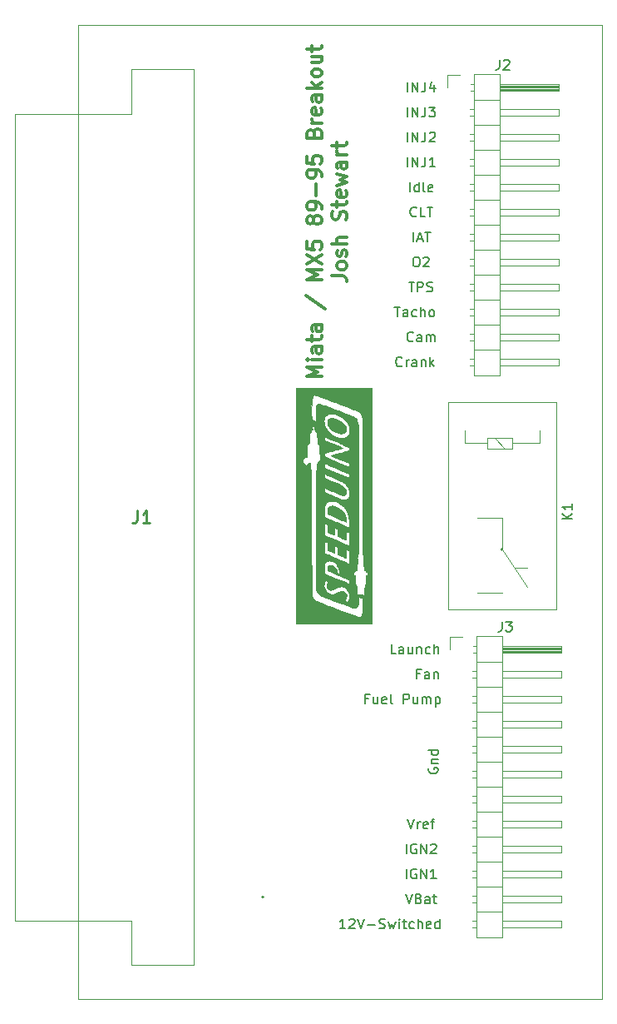
<source format=gto>
G04 #@! TF.GenerationSoftware,KiCad,Pcbnew,(5.1.4-0-10_14)*
G04 #@! TF.CreationDate,2020-03-30T10:01:39+11:00*
G04 #@! TF.ProjectId,48-pin breakout,34382d70-696e-4206-9272-65616b6f7574,rev?*
G04 #@! TF.SameCoordinates,Original*
G04 #@! TF.FileFunction,Legend,Top*
G04 #@! TF.FilePolarity,Positive*
%FSLAX46Y46*%
G04 Gerber Fmt 4.6, Leading zero omitted, Abs format (unit mm)*
G04 Created by KiCad (PCBNEW (5.1.4-0-10_14)) date 2020-03-30 10:01:39*
%MOMM*%
%LPD*%
G04 APERTURE LIST*
%ADD10C,0.300000*%
%ADD11C,0.120000*%
%ADD12C,0.010000*%
%ADD13C,0.100000*%
%ADD14C,0.200000*%
%ADD15C,0.150000*%
%ADD16C,0.254000*%
G04 APERTURE END LIST*
D10*
X130213571Y-95454285D02*
X128713571Y-95454285D01*
X129785000Y-94954285D01*
X128713571Y-94454285D01*
X130213571Y-94454285D01*
X130213571Y-93740000D02*
X129213571Y-93740000D01*
X128713571Y-93740000D02*
X128785000Y-93811428D01*
X128856428Y-93740000D01*
X128785000Y-93668571D01*
X128713571Y-93740000D01*
X128856428Y-93740000D01*
X130213571Y-92382857D02*
X129427857Y-92382857D01*
X129285000Y-92454285D01*
X129213571Y-92597142D01*
X129213571Y-92882857D01*
X129285000Y-93025714D01*
X130142142Y-92382857D02*
X130213571Y-92525714D01*
X130213571Y-92882857D01*
X130142142Y-93025714D01*
X129999285Y-93097142D01*
X129856428Y-93097142D01*
X129713571Y-93025714D01*
X129642142Y-92882857D01*
X129642142Y-92525714D01*
X129570714Y-92382857D01*
X129213571Y-91882857D02*
X129213571Y-91311428D01*
X128713571Y-91668571D02*
X129999285Y-91668571D01*
X130142142Y-91597142D01*
X130213571Y-91454285D01*
X130213571Y-91311428D01*
X130213571Y-90168571D02*
X129427857Y-90168571D01*
X129285000Y-90240000D01*
X129213571Y-90382857D01*
X129213571Y-90668571D01*
X129285000Y-90811428D01*
X130142142Y-90168571D02*
X130213571Y-90311428D01*
X130213571Y-90668571D01*
X130142142Y-90811428D01*
X129999285Y-90882857D01*
X129856428Y-90882857D01*
X129713571Y-90811428D01*
X129642142Y-90668571D01*
X129642142Y-90311428D01*
X129570714Y-90168571D01*
X128642142Y-87240000D02*
X130570714Y-88525714D01*
X130213571Y-85597142D02*
X128713571Y-85597142D01*
X129785000Y-85097142D01*
X128713571Y-84597142D01*
X130213571Y-84597142D01*
X128713571Y-84025714D02*
X130213571Y-83025714D01*
X128713571Y-83025714D02*
X130213571Y-84025714D01*
X128713571Y-81740000D02*
X128713571Y-82454285D01*
X129427857Y-82525714D01*
X129356428Y-82454285D01*
X129285000Y-82311428D01*
X129285000Y-81954285D01*
X129356428Y-81811428D01*
X129427857Y-81740000D01*
X129570714Y-81668571D01*
X129927857Y-81668571D01*
X130070714Y-81740000D01*
X130142142Y-81811428D01*
X130213571Y-81954285D01*
X130213571Y-82311428D01*
X130142142Y-82454285D01*
X130070714Y-82525714D01*
X129356428Y-79668571D02*
X129285000Y-79811428D01*
X129213571Y-79882857D01*
X129070714Y-79954285D01*
X128999285Y-79954285D01*
X128856428Y-79882857D01*
X128785000Y-79811428D01*
X128713571Y-79668571D01*
X128713571Y-79382857D01*
X128785000Y-79240000D01*
X128856428Y-79168571D01*
X128999285Y-79097142D01*
X129070714Y-79097142D01*
X129213571Y-79168571D01*
X129285000Y-79240000D01*
X129356428Y-79382857D01*
X129356428Y-79668571D01*
X129427857Y-79811428D01*
X129499285Y-79882857D01*
X129642142Y-79954285D01*
X129927857Y-79954285D01*
X130070714Y-79882857D01*
X130142142Y-79811428D01*
X130213571Y-79668571D01*
X130213571Y-79382857D01*
X130142142Y-79240000D01*
X130070714Y-79168571D01*
X129927857Y-79097142D01*
X129642142Y-79097142D01*
X129499285Y-79168571D01*
X129427857Y-79240000D01*
X129356428Y-79382857D01*
X130213571Y-78382857D02*
X130213571Y-78097142D01*
X130142142Y-77954285D01*
X130070714Y-77882857D01*
X129856428Y-77740000D01*
X129570714Y-77668571D01*
X128999285Y-77668571D01*
X128856428Y-77740000D01*
X128785000Y-77811428D01*
X128713571Y-77954285D01*
X128713571Y-78240000D01*
X128785000Y-78382857D01*
X128856428Y-78454285D01*
X128999285Y-78525714D01*
X129356428Y-78525714D01*
X129499285Y-78454285D01*
X129570714Y-78382857D01*
X129642142Y-78240000D01*
X129642142Y-77954285D01*
X129570714Y-77811428D01*
X129499285Y-77740000D01*
X129356428Y-77668571D01*
X129642142Y-77025714D02*
X129642142Y-75882857D01*
X130213571Y-75097142D02*
X130213571Y-74811428D01*
X130142142Y-74668571D01*
X130070714Y-74597142D01*
X129856428Y-74454285D01*
X129570714Y-74382857D01*
X128999285Y-74382857D01*
X128856428Y-74454285D01*
X128785000Y-74525714D01*
X128713571Y-74668571D01*
X128713571Y-74954285D01*
X128785000Y-75097142D01*
X128856428Y-75168571D01*
X128999285Y-75239999D01*
X129356428Y-75239999D01*
X129499285Y-75168571D01*
X129570714Y-75097142D01*
X129642142Y-74954285D01*
X129642142Y-74668571D01*
X129570714Y-74525714D01*
X129499285Y-74454285D01*
X129356428Y-74382857D01*
X128713571Y-73025714D02*
X128713571Y-73740000D01*
X129427857Y-73811428D01*
X129356428Y-73740000D01*
X129285000Y-73597142D01*
X129285000Y-73240000D01*
X129356428Y-73097142D01*
X129427857Y-73025714D01*
X129570714Y-72954285D01*
X129927857Y-72954285D01*
X130070714Y-73025714D01*
X130142142Y-73097142D01*
X130213571Y-73240000D01*
X130213571Y-73597142D01*
X130142142Y-73740000D01*
X130070714Y-73811428D01*
X129427857Y-70668571D02*
X129499285Y-70454285D01*
X129570714Y-70382857D01*
X129713571Y-70311428D01*
X129927857Y-70311428D01*
X130070714Y-70382857D01*
X130142142Y-70454285D01*
X130213571Y-70597142D01*
X130213571Y-71168571D01*
X128713571Y-71168571D01*
X128713571Y-70668571D01*
X128785000Y-70525714D01*
X128856428Y-70454285D01*
X128999285Y-70382857D01*
X129142142Y-70382857D01*
X129285000Y-70454285D01*
X129356428Y-70525714D01*
X129427857Y-70668571D01*
X129427857Y-71168571D01*
X130213571Y-69668571D02*
X129213571Y-69668571D01*
X129499285Y-69668571D02*
X129356428Y-69597142D01*
X129285000Y-69525714D01*
X129213571Y-69382857D01*
X129213571Y-69240000D01*
X130142142Y-68168571D02*
X130213571Y-68311428D01*
X130213571Y-68597142D01*
X130142142Y-68740000D01*
X129999285Y-68811428D01*
X129427857Y-68811428D01*
X129285000Y-68740000D01*
X129213571Y-68597142D01*
X129213571Y-68311428D01*
X129285000Y-68168571D01*
X129427857Y-68097142D01*
X129570714Y-68097142D01*
X129713571Y-68811428D01*
X130213571Y-66811428D02*
X129427857Y-66811428D01*
X129285000Y-66882857D01*
X129213571Y-67025714D01*
X129213571Y-67311428D01*
X129285000Y-67454285D01*
X130142142Y-66811428D02*
X130213571Y-66954285D01*
X130213571Y-67311428D01*
X130142142Y-67454285D01*
X129999285Y-67525714D01*
X129856428Y-67525714D01*
X129713571Y-67454285D01*
X129642142Y-67311428D01*
X129642142Y-66954285D01*
X129570714Y-66811428D01*
X130213571Y-66097142D02*
X128713571Y-66097142D01*
X129642142Y-65954285D02*
X130213571Y-65525714D01*
X129213571Y-65525714D02*
X129785000Y-66097142D01*
X130213571Y-64668571D02*
X130142142Y-64811428D01*
X130070714Y-64882857D01*
X129927857Y-64954285D01*
X129499285Y-64954285D01*
X129356428Y-64882857D01*
X129285000Y-64811428D01*
X129213571Y-64668571D01*
X129213571Y-64454285D01*
X129285000Y-64311428D01*
X129356428Y-64240000D01*
X129499285Y-64168571D01*
X129927857Y-64168571D01*
X130070714Y-64240000D01*
X130142142Y-64311428D01*
X130213571Y-64454285D01*
X130213571Y-64668571D01*
X129213571Y-62882857D02*
X130213571Y-62882857D01*
X129213571Y-63525714D02*
X129999285Y-63525714D01*
X130142142Y-63454285D01*
X130213571Y-63311428D01*
X130213571Y-63097142D01*
X130142142Y-62954285D01*
X130070714Y-62882857D01*
X129213571Y-62382857D02*
X129213571Y-61811428D01*
X128713571Y-62168571D02*
X129999285Y-62168571D01*
X130142142Y-62097142D01*
X130213571Y-61954285D01*
X130213571Y-61811428D01*
X131263571Y-85204285D02*
X132335000Y-85204285D01*
X132549285Y-85275714D01*
X132692142Y-85418571D01*
X132763571Y-85632857D01*
X132763571Y-85775714D01*
X132763571Y-84275714D02*
X132692142Y-84418571D01*
X132620714Y-84490000D01*
X132477857Y-84561428D01*
X132049285Y-84561428D01*
X131906428Y-84490000D01*
X131835000Y-84418571D01*
X131763571Y-84275714D01*
X131763571Y-84061428D01*
X131835000Y-83918571D01*
X131906428Y-83847142D01*
X132049285Y-83775714D01*
X132477857Y-83775714D01*
X132620714Y-83847142D01*
X132692142Y-83918571D01*
X132763571Y-84061428D01*
X132763571Y-84275714D01*
X132692142Y-83204285D02*
X132763571Y-83061428D01*
X132763571Y-82775714D01*
X132692142Y-82632857D01*
X132549285Y-82561428D01*
X132477857Y-82561428D01*
X132335000Y-82632857D01*
X132263571Y-82775714D01*
X132263571Y-82990000D01*
X132192142Y-83132857D01*
X132049285Y-83204285D01*
X131977857Y-83204285D01*
X131835000Y-83132857D01*
X131763571Y-82990000D01*
X131763571Y-82775714D01*
X131835000Y-82632857D01*
X132763571Y-81918571D02*
X131263571Y-81918571D01*
X132763571Y-81275714D02*
X131977857Y-81275714D01*
X131835000Y-81347142D01*
X131763571Y-81490000D01*
X131763571Y-81704285D01*
X131835000Y-81847142D01*
X131906428Y-81918571D01*
X132692142Y-79490000D02*
X132763571Y-79275714D01*
X132763571Y-78918571D01*
X132692142Y-78775714D01*
X132620714Y-78704285D01*
X132477857Y-78632857D01*
X132335000Y-78632857D01*
X132192142Y-78704285D01*
X132120714Y-78775714D01*
X132049285Y-78918571D01*
X131977857Y-79204285D01*
X131906428Y-79347142D01*
X131835000Y-79418571D01*
X131692142Y-79490000D01*
X131549285Y-79490000D01*
X131406428Y-79418571D01*
X131335000Y-79347142D01*
X131263571Y-79204285D01*
X131263571Y-78847142D01*
X131335000Y-78632857D01*
X131763571Y-78204285D02*
X131763571Y-77632857D01*
X131263571Y-77990000D02*
X132549285Y-77990000D01*
X132692142Y-77918571D01*
X132763571Y-77775714D01*
X132763571Y-77632857D01*
X132692142Y-76561428D02*
X132763571Y-76704285D01*
X132763571Y-76990000D01*
X132692142Y-77132857D01*
X132549285Y-77204285D01*
X131977857Y-77204285D01*
X131835000Y-77132857D01*
X131763571Y-76990000D01*
X131763571Y-76704285D01*
X131835000Y-76561428D01*
X131977857Y-76490000D01*
X132120714Y-76490000D01*
X132263571Y-77204285D01*
X131763571Y-75990000D02*
X132763571Y-75704285D01*
X132049285Y-75418571D01*
X132763571Y-75132857D01*
X131763571Y-74847142D01*
X132763571Y-73632857D02*
X131977857Y-73632857D01*
X131835000Y-73704285D01*
X131763571Y-73847142D01*
X131763571Y-74132857D01*
X131835000Y-74275714D01*
X132692142Y-73632857D02*
X132763571Y-73775714D01*
X132763571Y-74132857D01*
X132692142Y-74275714D01*
X132549285Y-74347142D01*
X132406428Y-74347142D01*
X132263571Y-74275714D01*
X132192142Y-74132857D01*
X132192142Y-73775714D01*
X132120714Y-73632857D01*
X132763571Y-72918571D02*
X131763571Y-72918571D01*
X132049285Y-72918571D02*
X131906428Y-72847142D01*
X131835000Y-72775714D01*
X131763571Y-72632857D01*
X131763571Y-72490000D01*
X131763571Y-72204285D02*
X131763571Y-71632857D01*
X131263571Y-71990000D02*
X132549285Y-71990000D01*
X132692142Y-71918571D01*
X132763571Y-71775714D01*
X132763571Y-71632857D01*
D11*
X158750000Y-158750000D02*
X105410000Y-158750000D01*
X158750000Y-59690000D02*
X158750000Y-158750000D01*
X105410000Y-59690000D02*
X158750000Y-59690000D01*
X105410000Y-158750000D02*
X105410000Y-59690000D01*
D12*
G36*
X130793181Y-108955612D02*
G01*
X130840431Y-108795737D01*
X130923687Y-108683864D01*
X131046634Y-108615653D01*
X131212958Y-108586767D01*
X131273342Y-108585119D01*
X131534080Y-108615686D01*
X131787673Y-108703630D01*
X132026146Y-108842832D01*
X132241527Y-109027175D01*
X132425844Y-109250539D01*
X132571124Y-109506808D01*
X132615842Y-109615325D01*
X132650103Y-109727416D01*
X132677599Y-109853613D01*
X132696640Y-109979134D01*
X132705536Y-110089195D01*
X132702599Y-110169012D01*
X132686138Y-110203803D01*
X132683146Y-110204250D01*
X132645916Y-110192146D01*
X132557663Y-110157828D01*
X132425645Y-110104290D01*
X132257122Y-110034527D01*
X132059353Y-109951531D01*
X131839598Y-109858296D01*
X131712244Y-109803846D01*
X130778250Y-109403442D01*
X130778250Y-109167827D01*
X130793181Y-108955612D01*
X130793181Y-108955612D01*
G37*
X130793181Y-108955612D02*
X130840431Y-108795737D01*
X130923687Y-108683864D01*
X131046634Y-108615653D01*
X131212958Y-108586767D01*
X131273342Y-108585119D01*
X131534080Y-108615686D01*
X131787673Y-108703630D01*
X132026146Y-108842832D01*
X132241527Y-109027175D01*
X132425844Y-109250539D01*
X132571124Y-109506808D01*
X132615842Y-109615325D01*
X132650103Y-109727416D01*
X132677599Y-109853613D01*
X132696640Y-109979134D01*
X132705536Y-110089195D01*
X132702599Y-110169012D01*
X132686138Y-110203803D01*
X132683146Y-110204250D01*
X132645916Y-110192146D01*
X132557663Y-110157828D01*
X132425645Y-110104290D01*
X132257122Y-110034527D01*
X132059353Y-109951531D01*
X131839598Y-109858296D01*
X131712244Y-109803846D01*
X130778250Y-109403442D01*
X130778250Y-109167827D01*
X130793181Y-108955612D01*
G36*
X130796456Y-99961299D02*
G01*
X130807110Y-99881609D01*
X130831578Y-99825825D01*
X130875351Y-99774179D01*
X130882323Y-99767160D01*
X130929107Y-99724594D01*
X130976000Y-99698714D01*
X131039758Y-99685590D01*
X131137138Y-99681293D01*
X131247448Y-99681544D01*
X131407168Y-99687239D01*
X131535159Y-99705151D01*
X131662900Y-99741390D01*
X131778375Y-99784629D01*
X132043015Y-99911285D01*
X132268553Y-100063482D01*
X132450546Y-100235699D01*
X132584553Y-100422417D01*
X132666133Y-100618116D01*
X132690846Y-100817275D01*
X132682024Y-100907774D01*
X132641918Y-101036922D01*
X132565282Y-101126214D01*
X132495062Y-101169226D01*
X132332555Y-101218867D01*
X132138043Y-101225989D01*
X131923259Y-101194109D01*
X131699937Y-101126741D01*
X131479811Y-101027402D01*
X131274613Y-100899608D01*
X131100522Y-100751371D01*
X130963734Y-100601773D01*
X130872854Y-100468406D01*
X130819903Y-100333908D01*
X130796901Y-100180917D01*
X130794125Y-100084660D01*
X130796456Y-99961299D01*
X130796456Y-99961299D01*
G37*
X130796456Y-99961299D02*
X130807110Y-99881609D01*
X130831578Y-99825825D01*
X130875351Y-99774179D01*
X130882323Y-99767160D01*
X130929107Y-99724594D01*
X130976000Y-99698714D01*
X131039758Y-99685590D01*
X131137138Y-99681293D01*
X131247448Y-99681544D01*
X131407168Y-99687239D01*
X131535159Y-99705151D01*
X131662900Y-99741390D01*
X131778375Y-99784629D01*
X132043015Y-99911285D01*
X132268553Y-100063482D01*
X132450546Y-100235699D01*
X132584553Y-100422417D01*
X132666133Y-100618116D01*
X132690846Y-100817275D01*
X132682024Y-100907774D01*
X132641918Y-101036922D01*
X132565282Y-101126214D01*
X132495062Y-101169226D01*
X132332555Y-101218867D01*
X132138043Y-101225989D01*
X131923259Y-101194109D01*
X131699937Y-101126741D01*
X131479811Y-101027402D01*
X131274613Y-100899608D01*
X131100522Y-100751371D01*
X130963734Y-100601773D01*
X130872854Y-100468406D01*
X130819903Y-100333908D01*
X130796901Y-100180917D01*
X130794125Y-100084660D01*
X130796456Y-99961299D01*
G36*
X135318500Y-96583500D02*
G01*
X135318500Y-120586500D01*
X134080199Y-120586500D01*
X134080199Y-119899579D01*
X134187094Y-119845493D01*
X134266731Y-119735164D01*
X134319836Y-119567808D01*
X134335066Y-119475250D01*
X134342131Y-119390203D01*
X134348709Y-119254341D01*
X134354401Y-119080352D01*
X134358808Y-118880922D01*
X134361530Y-118668738D01*
X134361837Y-118625938D01*
X134366000Y-117951250D01*
X134254875Y-117951250D01*
X134239507Y-117948091D01*
X134239507Y-117819565D01*
X134307474Y-117818075D01*
X134405957Y-117810137D01*
X134457844Y-117794345D01*
X134480010Y-117760885D01*
X134487871Y-117713125D01*
X134507591Y-117629044D01*
X134535496Y-117573377D01*
X134552004Y-117521372D01*
X134565882Y-117411945D01*
X134576570Y-117251140D01*
X134583169Y-117060164D01*
X134587644Y-116878939D01*
X134592519Y-116751266D01*
X134599572Y-116667212D01*
X134610581Y-116616843D01*
X134627323Y-116590225D01*
X134651577Y-116577426D01*
X134670482Y-116572245D01*
X134734680Y-116535896D01*
X134740208Y-116478694D01*
X134707312Y-116429632D01*
X134683546Y-116391953D01*
X134707312Y-116373011D01*
X134726933Y-116336320D01*
X134740240Y-116255799D01*
X134746926Y-116150835D01*
X134746684Y-116040813D01*
X134739208Y-115945119D01*
X134724189Y-115883138D01*
X134715250Y-115871625D01*
X134692126Y-115828581D01*
X134683500Y-115761149D01*
X134695447Y-115692322D01*
X134744131Y-115658424D01*
X134776816Y-115649800D01*
X134839180Y-115626501D01*
X134875309Y-115579734D01*
X134896552Y-115491962D01*
X134901426Y-115457288D01*
X134885220Y-115407968D01*
X134867650Y-115385850D01*
X134806297Y-115351660D01*
X134780337Y-115347550D01*
X134732526Y-115322052D01*
X134681668Y-115260142D01*
X134677039Y-115252300D01*
X134628572Y-115187944D01*
X134582401Y-115157601D01*
X134578370Y-115157250D01*
X134556824Y-115141730D01*
X134539481Y-115089610D01*
X134524687Y-114992556D01*
X134510793Y-114842230D01*
X134507611Y-114800063D01*
X134496658Y-114642867D01*
X134487524Y-114497327D01*
X134481330Y-114382165D01*
X134479280Y-114326527D01*
X134472351Y-114244141D01*
X134458100Y-114192095D01*
X134455181Y-114188166D01*
X134452421Y-114147517D01*
X134471056Y-114105109D01*
X134492256Y-114051538D01*
X134465766Y-114017269D01*
X134463291Y-114015702D01*
X134434267Y-113984247D01*
X134456288Y-113940892D01*
X134459241Y-113937295D01*
X134484749Y-113886369D01*
X134460133Y-113838280D01*
X134436290Y-113787363D01*
X134456245Y-113752555D01*
X134489436Y-113696941D01*
X134474114Y-113634023D01*
X134414877Y-113558228D01*
X134357792Y-113472320D01*
X134339291Y-113366227D01*
X134339271Y-113339279D01*
X134339578Y-113294745D01*
X134339999Y-113189739D01*
X134340525Y-113027289D01*
X134341150Y-112810423D01*
X134341867Y-112542169D01*
X134342669Y-112225555D01*
X134343549Y-111863609D01*
X134344501Y-111459360D01*
X134345516Y-111015834D01*
X134346589Y-110536060D01*
X134347713Y-110023066D01*
X134348879Y-109479881D01*
X134350082Y-108909531D01*
X134351315Y-108315045D01*
X134352569Y-107699451D01*
X134353840Y-107065777D01*
X134354759Y-106600625D01*
X134356247Y-105763064D01*
X134357325Y-104975422D01*
X134357996Y-104238688D01*
X134358262Y-103553851D01*
X134358127Y-102921900D01*
X134357593Y-102343824D01*
X134356662Y-101820612D01*
X134355337Y-101353253D01*
X134353621Y-100942735D01*
X134351517Y-100590049D01*
X134349026Y-100296183D01*
X134346153Y-100062125D01*
X134342898Y-99888866D01*
X134339266Y-99777393D01*
X134336373Y-99735560D01*
X134288203Y-99478474D01*
X134212064Y-99268273D01*
X134110049Y-99110125D01*
X134064681Y-99064529D01*
X133984036Y-99007742D01*
X133867627Y-98942469D01*
X133739341Y-98881991D01*
X133727378Y-98876967D01*
X133609159Y-98829143D01*
X133445795Y-98764878D01*
X133243288Y-98686414D01*
X133007639Y-98595992D01*
X132744851Y-98495855D01*
X132460925Y-98388243D01*
X132161861Y-98275399D01*
X131853663Y-98159564D01*
X131542331Y-98042980D01*
X131233866Y-97927888D01*
X130934271Y-97816531D01*
X130649547Y-97711149D01*
X130385695Y-97613985D01*
X130148717Y-97527280D01*
X129944615Y-97453275D01*
X129779390Y-97394213D01*
X129659043Y-97352336D01*
X129589576Y-97329883D01*
X129577182Y-97326811D01*
X129461487Y-97321416D01*
X129371048Y-97350412D01*
X129302313Y-97419451D01*
X129251728Y-97534180D01*
X129215739Y-97700250D01*
X129190795Y-97923309D01*
X129189174Y-97943737D01*
X129177914Y-98122311D01*
X129169289Y-98326725D01*
X129163254Y-98547788D01*
X129159762Y-98776311D01*
X129158765Y-99003104D01*
X129160218Y-99218978D01*
X129164073Y-99414742D01*
X129170283Y-99581207D01*
X129178802Y-99709183D01*
X129189583Y-99789480D01*
X129198687Y-99812587D01*
X129248648Y-99839452D01*
X129336940Y-99877868D01*
X129417907Y-99909484D01*
X129597439Y-99976269D01*
X129609742Y-99272072D01*
X129614928Y-99026597D01*
X129621287Y-98836171D01*
X129629476Y-98692344D01*
X129640153Y-98586666D01*
X129653975Y-98510689D01*
X129671601Y-98455963D01*
X129673621Y-98451283D01*
X129754664Y-98324888D01*
X129862283Y-98255649D01*
X129999705Y-98241668D01*
X130025417Y-98244533D01*
X130082168Y-98259530D01*
X130191273Y-98295052D01*
X130345930Y-98348534D01*
X130539341Y-98417412D01*
X130764704Y-98499123D01*
X131015220Y-98591102D01*
X131284089Y-98690785D01*
X131564509Y-98795608D01*
X131849682Y-98903007D01*
X132132806Y-99010418D01*
X132407081Y-99115277D01*
X132665708Y-99215020D01*
X132901885Y-99307082D01*
X133108814Y-99388900D01*
X133279693Y-99457910D01*
X133407722Y-99511547D01*
X133486101Y-99547247D01*
X133499736Y-99554552D01*
X133636926Y-99654105D01*
X133742981Y-99778187D01*
X133822044Y-99935632D01*
X133878256Y-100135271D01*
X133915758Y-100385940D01*
X133922598Y-100456512D01*
X133925746Y-100523799D01*
X133928796Y-100651746D01*
X133931737Y-100837513D01*
X133934554Y-101078260D01*
X133937234Y-101371148D01*
X133939765Y-101713336D01*
X133942132Y-102101984D01*
X133944323Y-102534253D01*
X133946324Y-103007303D01*
X133948121Y-103518293D01*
X133949703Y-104064385D01*
X133951054Y-104642737D01*
X133952162Y-105250510D01*
X133953014Y-105884865D01*
X133953597Y-106542961D01*
X133953873Y-107131990D01*
X133955649Y-113474580D01*
X133888455Y-113545978D01*
X133838352Y-113629647D01*
X133837026Y-113716817D01*
X133838166Y-113796810D01*
X133818849Y-113850198D01*
X133818641Y-113850409D01*
X133803317Y-113896250D01*
X133825133Y-113933530D01*
X133849661Y-113984764D01*
X133826250Y-114030125D01*
X133804847Y-114090962D01*
X133815661Y-114117438D01*
X133831029Y-114169696D01*
X133838696Y-114254724D01*
X133837303Y-114342111D01*
X133828080Y-114395250D01*
X133824434Y-114431438D01*
X133818783Y-114517811D01*
X133811922Y-114641118D01*
X133805203Y-114776250D01*
X133793858Y-114950732D01*
X133778991Y-115074665D01*
X133761333Y-115142891D01*
X133751553Y-115154553D01*
X133707428Y-115184956D01*
X133644755Y-115243303D01*
X133630949Y-115257740D01*
X133563897Y-115316298D01*
X133505199Y-115346595D01*
X133496011Y-115347750D01*
X133463239Y-115363424D01*
X133447991Y-115419231D01*
X133445250Y-115491419D01*
X133448769Y-115580767D01*
X133466984Y-115626314D01*
X133511377Y-115647677D01*
X133540500Y-115654138D01*
X133609337Y-115678785D01*
X133633966Y-115728375D01*
X133635750Y-115762595D01*
X133625545Y-115834427D01*
X133604000Y-115871625D01*
X133586994Y-115912483D01*
X133576620Y-115996712D01*
X133572772Y-116104541D01*
X133575341Y-116216200D01*
X133584221Y-116311920D01*
X133599304Y-116371929D01*
X133606766Y-116381335D01*
X133624112Y-116413035D01*
X133606766Y-116437184D01*
X133573546Y-116499463D01*
X133600218Y-116550287D01*
X133651625Y-116572963D01*
X133712658Y-116605956D01*
X133734449Y-116645005D01*
X133736515Y-116696009D01*
X133739565Y-116795893D01*
X133743181Y-116930051D01*
X133746812Y-117078125D01*
X133752214Y-117271335D01*
X133760317Y-117410064D01*
X133774654Y-117503326D01*
X133798757Y-117560135D01*
X133836158Y-117589505D01*
X133890390Y-117600451D01*
X133952101Y-117602000D01*
X134049713Y-117607524D01*
X134104885Y-117629370D01*
X134137145Y-117673438D01*
X134171995Y-117744875D01*
X134193325Y-117673438D01*
X134225569Y-117621180D01*
X134292374Y-117602713D01*
X134318681Y-117602000D01*
X134405605Y-117618947D01*
X134443637Y-117663013D01*
X134426570Y-117724042D01*
X134407155Y-117746809D01*
X134327808Y-117784621D01*
X134264232Y-117784771D01*
X134193095Y-117783765D01*
X134155264Y-117799556D01*
X134173656Y-117813449D01*
X134239507Y-117819565D01*
X134239507Y-117948091D01*
X134153186Y-117930342D01*
X134068835Y-117877086D01*
X134021196Y-117805692D01*
X134016750Y-117776625D01*
X134001986Y-117734340D01*
X133989476Y-117729000D01*
X133977859Y-117758783D01*
X133965192Y-117840355D01*
X133952845Y-117962051D01*
X133942186Y-118112206D01*
X133940109Y-118149688D01*
X133925856Y-118375372D01*
X133908305Y-118547974D01*
X133884977Y-118677906D01*
X133853394Y-118775581D01*
X133811081Y-118851410D01*
X133758527Y-118912857D01*
X133688612Y-118973243D01*
X133623650Y-118994897D01*
X133530527Y-118988858D01*
X133530522Y-118988857D01*
X133478458Y-118974643D01*
X133373888Y-118940146D01*
X133223569Y-118887892D01*
X133034259Y-118820408D01*
X132812713Y-118740220D01*
X132801171Y-118735998D01*
X132801171Y-118417077D01*
X132830608Y-118414844D01*
X132859878Y-118383861D01*
X132862990Y-118379875D01*
X132961583Y-118205369D01*
X133019599Y-117996149D01*
X133035451Y-117767618D01*
X133007552Y-117535184D01*
X132974513Y-117421454D01*
X132974513Y-116511415D01*
X132991296Y-116487707D01*
X132998916Y-116425273D01*
X133000749Y-116311917D01*
X133000750Y-116307942D01*
X133000750Y-116089104D01*
X132961895Y-116072356D01*
X132961895Y-114469019D01*
X132976296Y-114462707D01*
X132986622Y-114435238D01*
X132993547Y-114379092D01*
X132997746Y-114286753D01*
X132999894Y-114150699D01*
X133000666Y-113963414D01*
X133000750Y-113815319D01*
X133000750Y-113137904D01*
X133000750Y-112648200D01*
X133000750Y-111290645D01*
X132976937Y-111281118D01*
X132976937Y-110798767D01*
X132988749Y-110776270D01*
X132996620Y-110701918D01*
X133000786Y-110587217D01*
X133001487Y-110443677D01*
X132998959Y-110282804D01*
X132993442Y-110116104D01*
X132985173Y-109955087D01*
X132974390Y-109811258D01*
X132961332Y-109696125D01*
X132953145Y-109648625D01*
X132880225Y-109403071D01*
X132767306Y-109148899D01*
X132626768Y-108910223D01*
X132541271Y-108800753D01*
X132541271Y-107990737D01*
X132713262Y-107968458D01*
X132850700Y-107894553D01*
X132951987Y-107771674D01*
X133015526Y-107602473D01*
X133039720Y-107389601D01*
X133028747Y-107181401D01*
X133003679Y-107057309D01*
X133003679Y-104644123D01*
X132994277Y-104448165D01*
X132984875Y-104252208D01*
X132111750Y-103881326D01*
X131889723Y-103786703D01*
X131685372Y-103699019D01*
X131506382Y-103621617D01*
X131360441Y-103557845D01*
X131255238Y-103511048D01*
X131198458Y-103484571D01*
X131191887Y-103481009D01*
X131185586Y-103461244D01*
X131230334Y-103438457D01*
X131331180Y-103410468D01*
X131382387Y-103398653D01*
X131484425Y-103374026D01*
X131634494Y-103335334D01*
X131819599Y-103286054D01*
X132026739Y-103229658D01*
X132242918Y-103169620D01*
X132310187Y-103150684D01*
X133000750Y-102955637D01*
X133000750Y-102622914D01*
X132707062Y-102494771D01*
X132532109Y-102418641D01*
X132331031Y-102331492D01*
X132223427Y-102284988D01*
X132223427Y-101718334D01*
X132454547Y-101701482D01*
X132663393Y-101633267D01*
X132778584Y-101564539D01*
X132887100Y-101470277D01*
X132961260Y-101363344D01*
X133005656Y-101231038D01*
X133024879Y-101060659D01*
X133025052Y-100882734D01*
X133018627Y-100729236D01*
X133006954Y-100617183D01*
X132985011Y-100524519D01*
X132947778Y-100429190D01*
X132898108Y-100325031D01*
X132727923Y-100048395D01*
X132505411Y-99793990D01*
X132240280Y-99570485D01*
X131942239Y-99386550D01*
X131746625Y-99296761D01*
X131589319Y-99242628D01*
X131432072Y-99210662D01*
X131243837Y-99194606D01*
X131238625Y-99194361D01*
X131097303Y-99189524D01*
X130998335Y-99193017D01*
X130920755Y-99208370D01*
X130843596Y-99239114D01*
X130778250Y-99271868D01*
X130617120Y-99387535D01*
X130505873Y-99541669D01*
X130444027Y-99735156D01*
X130429776Y-99915006D01*
X130450595Y-100187387D01*
X130514163Y-100434861D01*
X130625363Y-100668118D01*
X130789078Y-100897851D01*
X130967966Y-101093131D01*
X131210063Y-101306958D01*
X131463351Y-101478134D01*
X131721136Y-101604917D01*
X131976725Y-101685565D01*
X132223427Y-101718334D01*
X132223427Y-102284988D01*
X132111107Y-102236444D01*
X131879618Y-102136622D01*
X131643842Y-102035148D01*
X131411059Y-101935143D01*
X131188549Y-101839732D01*
X130983592Y-101752037D01*
X130803466Y-101675180D01*
X130655452Y-101612284D01*
X130546829Y-101566472D01*
X130484877Y-101540866D01*
X130473146Y-101536500D01*
X130466535Y-101565319D01*
X130462038Y-101640062D01*
X130460750Y-101722303D01*
X130460750Y-101908105D01*
X131381500Y-102299591D01*
X131606988Y-102396172D01*
X131812475Y-102485546D01*
X131990971Y-102564566D01*
X132135486Y-102630084D01*
X132239032Y-102678953D01*
X132294618Y-102708024D01*
X132302250Y-102714248D01*
X132274157Y-102733078D01*
X132203456Y-102753166D01*
X132167312Y-102760087D01*
X132102937Y-102774234D01*
X131987395Y-102802968D01*
X131830628Y-102843609D01*
X131642577Y-102893477D01*
X131433183Y-102949892D01*
X131212387Y-103010173D01*
X130990130Y-103071641D01*
X130776353Y-103131615D01*
X130580997Y-103187417D01*
X130563937Y-103192351D01*
X130502210Y-103214659D01*
X130471803Y-103247891D01*
X130461680Y-103311943D01*
X130460750Y-103378376D01*
X130467556Y-103483864D01*
X130491356Y-103543439D01*
X130518338Y-103565337D01*
X130559169Y-103584244D01*
X130651885Y-103625453D01*
X130790043Y-103686153D01*
X130967206Y-103763535D01*
X131176932Y-103854789D01*
X131412781Y-103957103D01*
X131668314Y-104067668D01*
X131789803Y-104120140D01*
X133003679Y-104644123D01*
X133003679Y-107057309D01*
X133003181Y-107054843D01*
X133000750Y-107047008D01*
X133000750Y-105782698D01*
X133000243Y-105556662D01*
X132999736Y-105330625D01*
X131912805Y-104864142D01*
X131657923Y-104754686D01*
X131414181Y-104649889D01*
X131189509Y-104553170D01*
X130991833Y-104467945D01*
X130829083Y-104397633D01*
X130709186Y-104345652D01*
X130641917Y-104316237D01*
X130457959Y-104234817D01*
X130467292Y-104463456D01*
X130476625Y-104692094D01*
X131738687Y-105237396D01*
X133000750Y-105782698D01*
X133000750Y-107047008D01*
X132957541Y-106907743D01*
X132910432Y-106791707D01*
X132764377Y-106553877D01*
X132563210Y-106344447D01*
X132310038Y-106166455D01*
X132222875Y-106118852D01*
X132142732Y-106079697D01*
X132021301Y-106022982D01*
X131867406Y-105952603D01*
X131689870Y-105872457D01*
X131497519Y-105786440D01*
X131299175Y-105698448D01*
X131103662Y-105612377D01*
X130919805Y-105532124D01*
X130756428Y-105461584D01*
X130622355Y-105404654D01*
X130526409Y-105365230D01*
X130477414Y-105347209D01*
X130473678Y-105346500D01*
X130466770Y-105375344D01*
X130464613Y-105450526D01*
X130467172Y-105543165D01*
X130476625Y-105739830D01*
X131254500Y-106076607D01*
X131525894Y-106194398D01*
X131745782Y-106290830D01*
X131921079Y-106369426D01*
X132058699Y-106433711D01*
X132165559Y-106487210D01*
X132248572Y-106533446D01*
X132314654Y-106575945D01*
X132370719Y-106618230D01*
X132423684Y-106663827D01*
X132445261Y-106683516D01*
X132579739Y-106833513D01*
X132658206Y-106989340D01*
X132687565Y-107165431D01*
X132688141Y-107191329D01*
X132669102Y-107340420D01*
X132609080Y-107441576D01*
X132507739Y-107494954D01*
X132364744Y-107500710D01*
X132179759Y-107459000D01*
X132140532Y-107445963D01*
X132062648Y-107416438D01*
X131937168Y-107365869D01*
X131774676Y-107298659D01*
X131585756Y-107219209D01*
X131380991Y-107131922D01*
X131254500Y-107077433D01*
X131054570Y-106991011D01*
X130872852Y-106912564D01*
X130717839Y-106845749D01*
X130598025Y-106794227D01*
X130521905Y-106761656D01*
X130498966Y-106752010D01*
X130477438Y-106757427D01*
X130466601Y-106801930D01*
X130465007Y-106895131D01*
X130467216Y-106962814D01*
X130476625Y-107190050D01*
X131064000Y-107444389D01*
X131380676Y-107580866D01*
X131645414Y-107693309D01*
X131864112Y-107783899D01*
X132042668Y-107854819D01*
X132186980Y-107908249D01*
X132302947Y-107946371D01*
X132396465Y-107971365D01*
X132473434Y-107985414D01*
X132539752Y-107990699D01*
X132541271Y-107990737D01*
X132541271Y-108800753D01*
X132472908Y-108713220D01*
X132267468Y-108519828D01*
X132043793Y-108359380D01*
X131809811Y-108233878D01*
X131573448Y-108145321D01*
X131342633Y-108095709D01*
X131125294Y-108087044D01*
X130929356Y-108121326D01*
X130762750Y-108200555D01*
X130687752Y-108262748D01*
X130621190Y-108336845D01*
X130570431Y-108415382D01*
X130533029Y-108508562D01*
X130506537Y-108626588D01*
X130488510Y-108779663D01*
X130476502Y-108977991D01*
X130469691Y-109172375D01*
X130454240Y-109712125D01*
X131703682Y-110249206D01*
X131968411Y-110363052D01*
X132215114Y-110469244D01*
X132437671Y-110565141D01*
X132629962Y-110648100D01*
X132785865Y-110715480D01*
X132899260Y-110764639D01*
X132964025Y-110792935D01*
X132976937Y-110798767D01*
X132976937Y-111281118D01*
X132873107Y-111239573D01*
X132791753Y-111208306D01*
X132738584Y-111190259D01*
X132730232Y-111188500D01*
X132724664Y-111218321D01*
X132720009Y-111300072D01*
X132716677Y-111422184D01*
X132715080Y-111573088D01*
X132715000Y-111617125D01*
X132712537Y-111813313D01*
X132705240Y-111950969D01*
X132693247Y-112028339D01*
X132681359Y-112045750D01*
X132641440Y-112033641D01*
X132554964Y-112000394D01*
X132433415Y-111950637D01*
X132288275Y-111888995D01*
X132236859Y-111866703D01*
X131826000Y-111687655D01*
X131826000Y-110947154D01*
X131682275Y-110877327D01*
X131597083Y-110837267D01*
X131538107Y-110812010D01*
X131523525Y-110807500D01*
X131517609Y-110837160D01*
X131512790Y-110917783D01*
X131509583Y-111036836D01*
X131508500Y-111172625D01*
X131507010Y-111316377D01*
X131502963Y-111433486D01*
X131496985Y-111511417D01*
X131490168Y-111537750D01*
X131455500Y-111525873D01*
X131374729Y-111493546D01*
X131259949Y-111445724D01*
X131125043Y-111388135D01*
X130778250Y-111238519D01*
X130778250Y-110852618D01*
X130778249Y-110466717D01*
X130619499Y-110400743D01*
X130460749Y-110334770D01*
X130461114Y-110944198D01*
X130461479Y-111553625D01*
X131548552Y-112020115D01*
X131803377Y-112129533D01*
X132046996Y-112234264D01*
X132271494Y-112330895D01*
X132468954Y-112416015D01*
X132631462Y-112486212D01*
X132751102Y-112538073D01*
X132818187Y-112567403D01*
X133000750Y-112648200D01*
X133000750Y-113137904D01*
X132715000Y-112999076D01*
X132715000Y-113443163D01*
X132713399Y-113602837D01*
X132709002Y-113737040D01*
X132702420Y-113834407D01*
X132694262Y-113883571D01*
X132691187Y-113887287D01*
X132654938Y-113875429D01*
X132571473Y-113842810D01*
X132451845Y-113793901D01*
X132307110Y-113733175D01*
X132246687Y-113707444D01*
X131826000Y-113527564D01*
X131826000Y-112778972D01*
X131679088Y-112713986D01*
X131592996Y-112676849D01*
X131534355Y-112653327D01*
X131520338Y-112649000D01*
X131515693Y-112678668D01*
X131511903Y-112759345D01*
X131509372Y-112878543D01*
X131508500Y-113016771D01*
X131506410Y-113159808D01*
X131500725Y-113274996D01*
X131492322Y-113350325D01*
X131482432Y-113373959D01*
X131444245Y-113358228D01*
X131360157Y-113323472D01*
X131242933Y-113274969D01*
X131117307Y-113222956D01*
X130778250Y-113082537D01*
X130778250Y-112307846D01*
X130627437Y-112242535D01*
X130476625Y-112177224D01*
X130467966Y-112767991D01*
X130466492Y-112955810D01*
X130467620Y-113121626D01*
X130471080Y-113255044D01*
X130476604Y-113345665D01*
X130483841Y-113383016D01*
X130517453Y-113400459D01*
X130603147Y-113440109D01*
X130734628Y-113499185D01*
X130905602Y-113574905D01*
X131109775Y-113664488D01*
X131340851Y-113765151D01*
X131592537Y-113874113D01*
X131696557Y-113918961D01*
X131956194Y-114030918D01*
X132199078Y-114135930D01*
X132418684Y-114231154D01*
X132608488Y-114313751D01*
X132761965Y-114380877D01*
X132872591Y-114429692D01*
X132933840Y-114457353D01*
X132942744Y-114461691D01*
X132961895Y-114469019D01*
X132961895Y-116072356D01*
X131897437Y-115613511D01*
X130794125Y-115137919D01*
X130784098Y-114999319D01*
X130782928Y-114855458D01*
X130807940Y-114757517D01*
X130864691Y-114691359D01*
X130917232Y-114660587D01*
X130982838Y-114633697D01*
X131041814Y-114626553D01*
X131118242Y-114639366D01*
X131204577Y-114663092D01*
X131382478Y-114742929D01*
X131533699Y-114865036D01*
X131648273Y-115017195D01*
X131716238Y-115187186D01*
X131730750Y-115308299D01*
X131754638Y-115363601D01*
X131831800Y-115412410D01*
X131858392Y-115423678D01*
X131940921Y-115455033D01*
X131996413Y-115473051D01*
X132005677Y-115474750D01*
X132017921Y-115446614D01*
X132016589Y-115372590D01*
X132004052Y-115268256D01*
X131982682Y-115149189D01*
X131954848Y-115030967D01*
X131922922Y-114929165D01*
X131922432Y-114927864D01*
X131865592Y-114804159D01*
X131786667Y-114664892D01*
X131715293Y-114557973D01*
X131553112Y-114385104D01*
X131358836Y-114256502D01*
X131145194Y-114178942D01*
X130964174Y-114158184D01*
X130799365Y-114176495D01*
X130675020Y-114236715D01*
X130577958Y-114346777D01*
X130540427Y-114413174D01*
X130514705Y-114472281D01*
X130496910Y-114538857D01*
X130485648Y-114625628D01*
X130479524Y-114745322D01*
X130477144Y-114910665D01*
X130476927Y-114992578D01*
X130476625Y-115447030D01*
X131683125Y-115968719D01*
X131944469Y-116081586D01*
X132189006Y-116186931D01*
X132410297Y-116281999D01*
X132601905Y-116364037D01*
X132757392Y-116430290D01*
X132870319Y-116478004D01*
X132934250Y-116504426D01*
X132945187Y-116508594D01*
X132974513Y-116511415D01*
X132974513Y-117421454D01*
X132965050Y-117388879D01*
X132888911Y-117238819D01*
X132777419Y-117090220D01*
X132645601Y-116958602D01*
X132508489Y-116859488D01*
X132409691Y-116815360D01*
X132265842Y-116782212D01*
X132133304Y-116776673D01*
X131995693Y-116801354D01*
X131836625Y-116858871D01*
X131679827Y-116931807D01*
X131478750Y-117027825D01*
X131321907Y-117092955D01*
X131199008Y-117128862D01*
X131099768Y-117137211D01*
X131013896Y-117119665D01*
X130931106Y-117077889D01*
X130900923Y-117057831D01*
X130830555Y-116982529D01*
X130767341Y-116871674D01*
X130724866Y-116752887D01*
X130714749Y-116679343D01*
X130728844Y-116611051D01*
X130763929Y-116520164D01*
X130776486Y-116494207D01*
X130838223Y-116373194D01*
X130718087Y-116255885D01*
X130644248Y-116189040D01*
X130598398Y-116164448D01*
X130567451Y-116175935D01*
X130561780Y-116182161D01*
X130491757Y-116306116D01*
X130445768Y-116471917D01*
X130429002Y-116660767D01*
X130429000Y-116663165D01*
X130453996Y-116899555D01*
X130524781Y-117114623D01*
X130635046Y-117300707D01*
X130778484Y-117450147D01*
X130948787Y-117555279D01*
X131139649Y-117608442D01*
X131211251Y-117613370D01*
X131295071Y-117609670D01*
X131379272Y-117592684D01*
X131479042Y-117557436D01*
X131609564Y-117498947D01*
X131711512Y-117449363D01*
X131853610Y-117381399D01*
X131983767Y-117323321D01*
X132086538Y-117281770D01*
X132142194Y-117264124D01*
X132312206Y-117260722D01*
X132469171Y-117317417D01*
X132569439Y-117395056D01*
X132683003Y-117545592D01*
X132734047Y-117705604D01*
X132722269Y-117871877D01*
X132647364Y-118041192D01*
X132632335Y-118064203D01*
X132551349Y-118183541D01*
X132682450Y-118313458D01*
X132756731Y-118385101D01*
X132801171Y-118417077D01*
X132801171Y-118735998D01*
X132565687Y-118649856D01*
X132299939Y-118551842D01*
X132022224Y-118448706D01*
X131739299Y-118342974D01*
X131457921Y-118237172D01*
X131184845Y-118133829D01*
X130926829Y-118035469D01*
X130690628Y-117944622D01*
X130483000Y-117863812D01*
X130310701Y-117795568D01*
X130180486Y-117742416D01*
X130099113Y-117706882D01*
X130087480Y-117701194D01*
X129934188Y-117592248D01*
X129798934Y-117437927D01*
X129696799Y-117256289D01*
X129679718Y-117212934D01*
X129672427Y-117191263D01*
X129665740Y-117166401D01*
X129659627Y-117135610D01*
X129654058Y-117096153D01*
X129649001Y-117045293D01*
X129644427Y-116980293D01*
X129640306Y-116898414D01*
X129636606Y-116796921D01*
X129633297Y-116673076D01*
X129630349Y-116524141D01*
X129627731Y-116347379D01*
X129625413Y-116140053D01*
X129623365Y-115899426D01*
X129621555Y-115622760D01*
X129619953Y-115307318D01*
X129618530Y-114950363D01*
X129617254Y-114549157D01*
X129616095Y-114100964D01*
X129615022Y-113603045D01*
X129614006Y-113052664D01*
X129613015Y-112447084D01*
X129612019Y-111783567D01*
X129610988Y-111059375D01*
X129610954Y-111034908D01*
X129602533Y-105023441D01*
X129680807Y-104930418D01*
X129719326Y-104879694D01*
X129741119Y-104829513D01*
X129749231Y-104762099D01*
X129746704Y-104659673D01*
X129741482Y-104576010D01*
X129734343Y-104442002D01*
X129737070Y-104349851D01*
X129753149Y-104278237D01*
X129786066Y-104205840D01*
X129808713Y-104164829D01*
X129877302Y-104060819D01*
X129954697Y-103967540D01*
X129988845Y-103934841D01*
X130084148Y-103854649D01*
X130062183Y-103592512D01*
X130045459Y-103453262D01*
X130022540Y-103344059D01*
X129996875Y-103280972D01*
X129994768Y-103278355D01*
X129976075Y-103243177D01*
X129963917Y-103181977D01*
X129957599Y-103085058D01*
X129956428Y-102942721D01*
X129958971Y-102778241D01*
X129962012Y-102599363D01*
X129961581Y-102474632D01*
X129956856Y-102394748D01*
X129947016Y-102350412D01*
X129931241Y-102332327D01*
X129919412Y-102330199D01*
X129863986Y-102318382D01*
X129826936Y-102276640D01*
X129805110Y-102195745D01*
X129795362Y-102066468D01*
X129793999Y-101962663D01*
X129791099Y-101810771D01*
X129781336Y-101711106D01*
X129763119Y-101652613D01*
X129746374Y-101631750D01*
X129705437Y-101559300D01*
X129705907Y-101455402D01*
X129735537Y-101363498D01*
X129755797Y-101292579D01*
X129732908Y-101237341D01*
X129724488Y-101227067D01*
X129676542Y-101157082D01*
X129656947Y-101115813D01*
X129625105Y-101068939D01*
X129604496Y-101060250D01*
X129581505Y-101032665D01*
X129571752Y-100966199D01*
X129571750Y-100965000D01*
X129560899Y-100894140D01*
X129522747Y-100870156D01*
X129513541Y-100869750D01*
X129452127Y-100859579D01*
X129434244Y-100821374D01*
X129455881Y-100743595D01*
X129463327Y-100725306D01*
X129501913Y-100619535D01*
X129503371Y-100557838D01*
X129461269Y-100528702D01*
X129369172Y-100520611D01*
X129348895Y-100520500D01*
X129255156Y-100522172D01*
X129210727Y-100533150D01*
X129201418Y-100562382D01*
X129210412Y-100607813D01*
X129236639Y-100694573D01*
X129260110Y-100751344D01*
X129273993Y-100822367D01*
X129233522Y-100863190D01*
X129188876Y-100869750D01*
X129137203Y-100893056D01*
X129127250Y-100933681D01*
X129100468Y-101039649D01*
X129023959Y-101165108D01*
X128987945Y-101209820D01*
X128949143Y-101268126D01*
X128949585Y-101325687D01*
X128967801Y-101376065D01*
X128991856Y-101502550D01*
X128984549Y-101575745D01*
X128972487Y-101654674D01*
X128960264Y-101775420D01*
X128949946Y-101916344D01*
X128947056Y-101968646D01*
X128939287Y-102105918D01*
X128928672Y-102197064D01*
X128909348Y-102259385D01*
X128875451Y-102310181D01*
X128821117Y-102366754D01*
X128807675Y-102379902D01*
X128734298Y-102457421D01*
X128697149Y-102522569D01*
X128684083Y-102604113D01*
X128682750Y-102675752D01*
X128689328Y-102794955D01*
X128706079Y-102904139D01*
X128717906Y-102947121D01*
X128735815Y-103045996D01*
X128735831Y-103196980D01*
X128725843Y-103330375D01*
X128698625Y-103616125D01*
X128594978Y-103626109D01*
X128522976Y-103649862D01*
X128440927Y-103700375D01*
X128364007Y-103764423D01*
X128307391Y-103828782D01*
X128286256Y-103880227D01*
X128289679Y-103892157D01*
X128284695Y-103935069D01*
X128253148Y-103982330D01*
X128229810Y-104013100D01*
X128225729Y-104044366D01*
X128246641Y-104087515D01*
X128298276Y-104153932D01*
X128386368Y-104255004D01*
X128395802Y-104265650D01*
X128495496Y-104375458D01*
X128567318Y-104439223D01*
X128625216Y-104458691D01*
X128683134Y-104435606D01*
X128755017Y-104371714D01*
X128808040Y-104317231D01*
X128884027Y-104250496D01*
X128953318Y-104209582D01*
X128978973Y-104203500D01*
X129006772Y-104207620D01*
X129023724Y-104227645D01*
X129031507Y-104275072D01*
X129031804Y-104361398D01*
X129026294Y-104498122D01*
X129025246Y-104520048D01*
X129019156Y-104665523D01*
X129019182Y-104761954D01*
X129027521Y-104823679D01*
X129046373Y-104865033D01*
X129077933Y-104900353D01*
X129084502Y-104906582D01*
X129159000Y-104976569D01*
X129159972Y-110963847D01*
X129160224Y-111582014D01*
X129160768Y-112186746D01*
X129161587Y-112774669D01*
X129162667Y-113342408D01*
X129163991Y-113886590D01*
X129165543Y-114403840D01*
X129167309Y-114890784D01*
X129169271Y-115344049D01*
X129171415Y-115760259D01*
X129173725Y-116136041D01*
X129176185Y-116468021D01*
X129178779Y-116752825D01*
X129181492Y-116987078D01*
X129184307Y-117167406D01*
X129187210Y-117290435D01*
X129189698Y-117346942D01*
X129203684Y-117520091D01*
X129218822Y-117646806D01*
X129238909Y-117744100D01*
X129267742Y-117828984D01*
X129309119Y-117918471D01*
X129323663Y-117947043D01*
X129392308Y-118067945D01*
X129459184Y-118149960D01*
X129543405Y-118214169D01*
X129591722Y-118242684D01*
X129652994Y-118271601D01*
X129767230Y-118320049D01*
X129928352Y-118385718D01*
X130130286Y-118466297D01*
X130366954Y-118559476D01*
X130632282Y-118662944D01*
X130920194Y-118774391D01*
X131224614Y-118891506D01*
X131539465Y-119011980D01*
X131858673Y-119133501D01*
X132176161Y-119253759D01*
X132485853Y-119370444D01*
X132781674Y-119481246D01*
X133057547Y-119583853D01*
X133307397Y-119675955D01*
X133525148Y-119755243D01*
X133704725Y-119819405D01*
X133840050Y-119866131D01*
X133925049Y-119893111D01*
X133945326Y-119898207D01*
X134080199Y-119899579D01*
X134080199Y-120586500D01*
X127571500Y-120586500D01*
X127571500Y-96583500D01*
X135318500Y-96583500D01*
X135318500Y-96583500D01*
G37*
X135318500Y-96583500D02*
X135318500Y-120586500D01*
X134080199Y-120586500D01*
X134080199Y-119899579D01*
X134187094Y-119845493D01*
X134266731Y-119735164D01*
X134319836Y-119567808D01*
X134335066Y-119475250D01*
X134342131Y-119390203D01*
X134348709Y-119254341D01*
X134354401Y-119080352D01*
X134358808Y-118880922D01*
X134361530Y-118668738D01*
X134361837Y-118625938D01*
X134366000Y-117951250D01*
X134254875Y-117951250D01*
X134239507Y-117948091D01*
X134239507Y-117819565D01*
X134307474Y-117818075D01*
X134405957Y-117810137D01*
X134457844Y-117794345D01*
X134480010Y-117760885D01*
X134487871Y-117713125D01*
X134507591Y-117629044D01*
X134535496Y-117573377D01*
X134552004Y-117521372D01*
X134565882Y-117411945D01*
X134576570Y-117251140D01*
X134583169Y-117060164D01*
X134587644Y-116878939D01*
X134592519Y-116751266D01*
X134599572Y-116667212D01*
X134610581Y-116616843D01*
X134627323Y-116590225D01*
X134651577Y-116577426D01*
X134670482Y-116572245D01*
X134734680Y-116535896D01*
X134740208Y-116478694D01*
X134707312Y-116429632D01*
X134683546Y-116391953D01*
X134707312Y-116373011D01*
X134726933Y-116336320D01*
X134740240Y-116255799D01*
X134746926Y-116150835D01*
X134746684Y-116040813D01*
X134739208Y-115945119D01*
X134724189Y-115883138D01*
X134715250Y-115871625D01*
X134692126Y-115828581D01*
X134683500Y-115761149D01*
X134695447Y-115692322D01*
X134744131Y-115658424D01*
X134776816Y-115649800D01*
X134839180Y-115626501D01*
X134875309Y-115579734D01*
X134896552Y-115491962D01*
X134901426Y-115457288D01*
X134885220Y-115407968D01*
X134867650Y-115385850D01*
X134806297Y-115351660D01*
X134780337Y-115347550D01*
X134732526Y-115322052D01*
X134681668Y-115260142D01*
X134677039Y-115252300D01*
X134628572Y-115187944D01*
X134582401Y-115157601D01*
X134578370Y-115157250D01*
X134556824Y-115141730D01*
X134539481Y-115089610D01*
X134524687Y-114992556D01*
X134510793Y-114842230D01*
X134507611Y-114800063D01*
X134496658Y-114642867D01*
X134487524Y-114497327D01*
X134481330Y-114382165D01*
X134479280Y-114326527D01*
X134472351Y-114244141D01*
X134458100Y-114192095D01*
X134455181Y-114188166D01*
X134452421Y-114147517D01*
X134471056Y-114105109D01*
X134492256Y-114051538D01*
X134465766Y-114017269D01*
X134463291Y-114015702D01*
X134434267Y-113984247D01*
X134456288Y-113940892D01*
X134459241Y-113937295D01*
X134484749Y-113886369D01*
X134460133Y-113838280D01*
X134436290Y-113787363D01*
X134456245Y-113752555D01*
X134489436Y-113696941D01*
X134474114Y-113634023D01*
X134414877Y-113558228D01*
X134357792Y-113472320D01*
X134339291Y-113366227D01*
X134339271Y-113339279D01*
X134339578Y-113294745D01*
X134339999Y-113189739D01*
X134340525Y-113027289D01*
X134341150Y-112810423D01*
X134341867Y-112542169D01*
X134342669Y-112225555D01*
X134343549Y-111863609D01*
X134344501Y-111459360D01*
X134345516Y-111015834D01*
X134346589Y-110536060D01*
X134347713Y-110023066D01*
X134348879Y-109479881D01*
X134350082Y-108909531D01*
X134351315Y-108315045D01*
X134352569Y-107699451D01*
X134353840Y-107065777D01*
X134354759Y-106600625D01*
X134356247Y-105763064D01*
X134357325Y-104975422D01*
X134357996Y-104238688D01*
X134358262Y-103553851D01*
X134358127Y-102921900D01*
X134357593Y-102343824D01*
X134356662Y-101820612D01*
X134355337Y-101353253D01*
X134353621Y-100942735D01*
X134351517Y-100590049D01*
X134349026Y-100296183D01*
X134346153Y-100062125D01*
X134342898Y-99888866D01*
X134339266Y-99777393D01*
X134336373Y-99735560D01*
X134288203Y-99478474D01*
X134212064Y-99268273D01*
X134110049Y-99110125D01*
X134064681Y-99064529D01*
X133984036Y-99007742D01*
X133867627Y-98942469D01*
X133739341Y-98881991D01*
X133727378Y-98876967D01*
X133609159Y-98829143D01*
X133445795Y-98764878D01*
X133243288Y-98686414D01*
X133007639Y-98595992D01*
X132744851Y-98495855D01*
X132460925Y-98388243D01*
X132161861Y-98275399D01*
X131853663Y-98159564D01*
X131542331Y-98042980D01*
X131233866Y-97927888D01*
X130934271Y-97816531D01*
X130649547Y-97711149D01*
X130385695Y-97613985D01*
X130148717Y-97527280D01*
X129944615Y-97453275D01*
X129779390Y-97394213D01*
X129659043Y-97352336D01*
X129589576Y-97329883D01*
X129577182Y-97326811D01*
X129461487Y-97321416D01*
X129371048Y-97350412D01*
X129302313Y-97419451D01*
X129251728Y-97534180D01*
X129215739Y-97700250D01*
X129190795Y-97923309D01*
X129189174Y-97943737D01*
X129177914Y-98122311D01*
X129169289Y-98326725D01*
X129163254Y-98547788D01*
X129159762Y-98776311D01*
X129158765Y-99003104D01*
X129160218Y-99218978D01*
X129164073Y-99414742D01*
X129170283Y-99581207D01*
X129178802Y-99709183D01*
X129189583Y-99789480D01*
X129198687Y-99812587D01*
X129248648Y-99839452D01*
X129336940Y-99877868D01*
X129417907Y-99909484D01*
X129597439Y-99976269D01*
X129609742Y-99272072D01*
X129614928Y-99026597D01*
X129621287Y-98836171D01*
X129629476Y-98692344D01*
X129640153Y-98586666D01*
X129653975Y-98510689D01*
X129671601Y-98455963D01*
X129673621Y-98451283D01*
X129754664Y-98324888D01*
X129862283Y-98255649D01*
X129999705Y-98241668D01*
X130025417Y-98244533D01*
X130082168Y-98259530D01*
X130191273Y-98295052D01*
X130345930Y-98348534D01*
X130539341Y-98417412D01*
X130764704Y-98499123D01*
X131015220Y-98591102D01*
X131284089Y-98690785D01*
X131564509Y-98795608D01*
X131849682Y-98903007D01*
X132132806Y-99010418D01*
X132407081Y-99115277D01*
X132665708Y-99215020D01*
X132901885Y-99307082D01*
X133108814Y-99388900D01*
X133279693Y-99457910D01*
X133407722Y-99511547D01*
X133486101Y-99547247D01*
X133499736Y-99554552D01*
X133636926Y-99654105D01*
X133742981Y-99778187D01*
X133822044Y-99935632D01*
X133878256Y-100135271D01*
X133915758Y-100385940D01*
X133922598Y-100456512D01*
X133925746Y-100523799D01*
X133928796Y-100651746D01*
X133931737Y-100837513D01*
X133934554Y-101078260D01*
X133937234Y-101371148D01*
X133939765Y-101713336D01*
X133942132Y-102101984D01*
X133944323Y-102534253D01*
X133946324Y-103007303D01*
X133948121Y-103518293D01*
X133949703Y-104064385D01*
X133951054Y-104642737D01*
X133952162Y-105250510D01*
X133953014Y-105884865D01*
X133953597Y-106542961D01*
X133953873Y-107131990D01*
X133955649Y-113474580D01*
X133888455Y-113545978D01*
X133838352Y-113629647D01*
X133837026Y-113716817D01*
X133838166Y-113796810D01*
X133818849Y-113850198D01*
X133818641Y-113850409D01*
X133803317Y-113896250D01*
X133825133Y-113933530D01*
X133849661Y-113984764D01*
X133826250Y-114030125D01*
X133804847Y-114090962D01*
X133815661Y-114117438D01*
X133831029Y-114169696D01*
X133838696Y-114254724D01*
X133837303Y-114342111D01*
X133828080Y-114395250D01*
X133824434Y-114431438D01*
X133818783Y-114517811D01*
X133811922Y-114641118D01*
X133805203Y-114776250D01*
X133793858Y-114950732D01*
X133778991Y-115074665D01*
X133761333Y-115142891D01*
X133751553Y-115154553D01*
X133707428Y-115184956D01*
X133644755Y-115243303D01*
X133630949Y-115257740D01*
X133563897Y-115316298D01*
X133505199Y-115346595D01*
X133496011Y-115347750D01*
X133463239Y-115363424D01*
X133447991Y-115419231D01*
X133445250Y-115491419D01*
X133448769Y-115580767D01*
X133466984Y-115626314D01*
X133511377Y-115647677D01*
X133540500Y-115654138D01*
X133609337Y-115678785D01*
X133633966Y-115728375D01*
X133635750Y-115762595D01*
X133625545Y-115834427D01*
X133604000Y-115871625D01*
X133586994Y-115912483D01*
X133576620Y-115996712D01*
X133572772Y-116104541D01*
X133575341Y-116216200D01*
X133584221Y-116311920D01*
X133599304Y-116371929D01*
X133606766Y-116381335D01*
X133624112Y-116413035D01*
X133606766Y-116437184D01*
X133573546Y-116499463D01*
X133600218Y-116550287D01*
X133651625Y-116572963D01*
X133712658Y-116605956D01*
X133734449Y-116645005D01*
X133736515Y-116696009D01*
X133739565Y-116795893D01*
X133743181Y-116930051D01*
X133746812Y-117078125D01*
X133752214Y-117271335D01*
X133760317Y-117410064D01*
X133774654Y-117503326D01*
X133798757Y-117560135D01*
X133836158Y-117589505D01*
X133890390Y-117600451D01*
X133952101Y-117602000D01*
X134049713Y-117607524D01*
X134104885Y-117629370D01*
X134137145Y-117673438D01*
X134171995Y-117744875D01*
X134193325Y-117673438D01*
X134225569Y-117621180D01*
X134292374Y-117602713D01*
X134318681Y-117602000D01*
X134405605Y-117618947D01*
X134443637Y-117663013D01*
X134426570Y-117724042D01*
X134407155Y-117746809D01*
X134327808Y-117784621D01*
X134264232Y-117784771D01*
X134193095Y-117783765D01*
X134155264Y-117799556D01*
X134173656Y-117813449D01*
X134239507Y-117819565D01*
X134239507Y-117948091D01*
X134153186Y-117930342D01*
X134068835Y-117877086D01*
X134021196Y-117805692D01*
X134016750Y-117776625D01*
X134001986Y-117734340D01*
X133989476Y-117729000D01*
X133977859Y-117758783D01*
X133965192Y-117840355D01*
X133952845Y-117962051D01*
X133942186Y-118112206D01*
X133940109Y-118149688D01*
X133925856Y-118375372D01*
X133908305Y-118547974D01*
X133884977Y-118677906D01*
X133853394Y-118775581D01*
X133811081Y-118851410D01*
X133758527Y-118912857D01*
X133688612Y-118973243D01*
X133623650Y-118994897D01*
X133530527Y-118988858D01*
X133530522Y-118988857D01*
X133478458Y-118974643D01*
X133373888Y-118940146D01*
X133223569Y-118887892D01*
X133034259Y-118820408D01*
X132812713Y-118740220D01*
X132801171Y-118735998D01*
X132801171Y-118417077D01*
X132830608Y-118414844D01*
X132859878Y-118383861D01*
X132862990Y-118379875D01*
X132961583Y-118205369D01*
X133019599Y-117996149D01*
X133035451Y-117767618D01*
X133007552Y-117535184D01*
X132974513Y-117421454D01*
X132974513Y-116511415D01*
X132991296Y-116487707D01*
X132998916Y-116425273D01*
X133000749Y-116311917D01*
X133000750Y-116307942D01*
X133000750Y-116089104D01*
X132961895Y-116072356D01*
X132961895Y-114469019D01*
X132976296Y-114462707D01*
X132986622Y-114435238D01*
X132993547Y-114379092D01*
X132997746Y-114286753D01*
X132999894Y-114150699D01*
X133000666Y-113963414D01*
X133000750Y-113815319D01*
X133000750Y-113137904D01*
X133000750Y-112648200D01*
X133000750Y-111290645D01*
X132976937Y-111281118D01*
X132976937Y-110798767D01*
X132988749Y-110776270D01*
X132996620Y-110701918D01*
X133000786Y-110587217D01*
X133001487Y-110443677D01*
X132998959Y-110282804D01*
X132993442Y-110116104D01*
X132985173Y-109955087D01*
X132974390Y-109811258D01*
X132961332Y-109696125D01*
X132953145Y-109648625D01*
X132880225Y-109403071D01*
X132767306Y-109148899D01*
X132626768Y-108910223D01*
X132541271Y-108800753D01*
X132541271Y-107990737D01*
X132713262Y-107968458D01*
X132850700Y-107894553D01*
X132951987Y-107771674D01*
X133015526Y-107602473D01*
X133039720Y-107389601D01*
X133028747Y-107181401D01*
X133003679Y-107057309D01*
X133003679Y-104644123D01*
X132994277Y-104448165D01*
X132984875Y-104252208D01*
X132111750Y-103881326D01*
X131889723Y-103786703D01*
X131685372Y-103699019D01*
X131506382Y-103621617D01*
X131360441Y-103557845D01*
X131255238Y-103511048D01*
X131198458Y-103484571D01*
X131191887Y-103481009D01*
X131185586Y-103461244D01*
X131230334Y-103438457D01*
X131331180Y-103410468D01*
X131382387Y-103398653D01*
X131484425Y-103374026D01*
X131634494Y-103335334D01*
X131819599Y-103286054D01*
X132026739Y-103229658D01*
X132242918Y-103169620D01*
X132310187Y-103150684D01*
X133000750Y-102955637D01*
X133000750Y-102622914D01*
X132707062Y-102494771D01*
X132532109Y-102418641D01*
X132331031Y-102331492D01*
X132223427Y-102284988D01*
X132223427Y-101718334D01*
X132454547Y-101701482D01*
X132663393Y-101633267D01*
X132778584Y-101564539D01*
X132887100Y-101470277D01*
X132961260Y-101363344D01*
X133005656Y-101231038D01*
X133024879Y-101060659D01*
X133025052Y-100882734D01*
X133018627Y-100729236D01*
X133006954Y-100617183D01*
X132985011Y-100524519D01*
X132947778Y-100429190D01*
X132898108Y-100325031D01*
X132727923Y-100048395D01*
X132505411Y-99793990D01*
X132240280Y-99570485D01*
X131942239Y-99386550D01*
X131746625Y-99296761D01*
X131589319Y-99242628D01*
X131432072Y-99210662D01*
X131243837Y-99194606D01*
X131238625Y-99194361D01*
X131097303Y-99189524D01*
X130998335Y-99193017D01*
X130920755Y-99208370D01*
X130843596Y-99239114D01*
X130778250Y-99271868D01*
X130617120Y-99387535D01*
X130505873Y-99541669D01*
X130444027Y-99735156D01*
X130429776Y-99915006D01*
X130450595Y-100187387D01*
X130514163Y-100434861D01*
X130625363Y-100668118D01*
X130789078Y-100897851D01*
X130967966Y-101093131D01*
X131210063Y-101306958D01*
X131463351Y-101478134D01*
X131721136Y-101604917D01*
X131976725Y-101685565D01*
X132223427Y-101718334D01*
X132223427Y-102284988D01*
X132111107Y-102236444D01*
X131879618Y-102136622D01*
X131643842Y-102035148D01*
X131411059Y-101935143D01*
X131188549Y-101839732D01*
X130983592Y-101752037D01*
X130803466Y-101675180D01*
X130655452Y-101612284D01*
X130546829Y-101566472D01*
X130484877Y-101540866D01*
X130473146Y-101536500D01*
X130466535Y-101565319D01*
X130462038Y-101640062D01*
X130460750Y-101722303D01*
X130460750Y-101908105D01*
X131381500Y-102299591D01*
X131606988Y-102396172D01*
X131812475Y-102485546D01*
X131990971Y-102564566D01*
X132135486Y-102630084D01*
X132239032Y-102678953D01*
X132294618Y-102708024D01*
X132302250Y-102714248D01*
X132274157Y-102733078D01*
X132203456Y-102753166D01*
X132167312Y-102760087D01*
X132102937Y-102774234D01*
X131987395Y-102802968D01*
X131830628Y-102843609D01*
X131642577Y-102893477D01*
X131433183Y-102949892D01*
X131212387Y-103010173D01*
X130990130Y-103071641D01*
X130776353Y-103131615D01*
X130580997Y-103187417D01*
X130563937Y-103192351D01*
X130502210Y-103214659D01*
X130471803Y-103247891D01*
X130461680Y-103311943D01*
X130460750Y-103378376D01*
X130467556Y-103483864D01*
X130491356Y-103543439D01*
X130518338Y-103565337D01*
X130559169Y-103584244D01*
X130651885Y-103625453D01*
X130790043Y-103686153D01*
X130967206Y-103763535D01*
X131176932Y-103854789D01*
X131412781Y-103957103D01*
X131668314Y-104067668D01*
X131789803Y-104120140D01*
X133003679Y-104644123D01*
X133003679Y-107057309D01*
X133003181Y-107054843D01*
X133000750Y-107047008D01*
X133000750Y-105782698D01*
X133000243Y-105556662D01*
X132999736Y-105330625D01*
X131912805Y-104864142D01*
X131657923Y-104754686D01*
X131414181Y-104649889D01*
X131189509Y-104553170D01*
X130991833Y-104467945D01*
X130829083Y-104397633D01*
X130709186Y-104345652D01*
X130641917Y-104316237D01*
X130457959Y-104234817D01*
X130467292Y-104463456D01*
X130476625Y-104692094D01*
X131738687Y-105237396D01*
X133000750Y-105782698D01*
X133000750Y-107047008D01*
X132957541Y-106907743D01*
X132910432Y-106791707D01*
X132764377Y-106553877D01*
X132563210Y-106344447D01*
X132310038Y-106166455D01*
X132222875Y-106118852D01*
X132142732Y-106079697D01*
X132021301Y-106022982D01*
X131867406Y-105952603D01*
X131689870Y-105872457D01*
X131497519Y-105786440D01*
X131299175Y-105698448D01*
X131103662Y-105612377D01*
X130919805Y-105532124D01*
X130756428Y-105461584D01*
X130622355Y-105404654D01*
X130526409Y-105365230D01*
X130477414Y-105347209D01*
X130473678Y-105346500D01*
X130466770Y-105375344D01*
X130464613Y-105450526D01*
X130467172Y-105543165D01*
X130476625Y-105739830D01*
X131254500Y-106076607D01*
X131525894Y-106194398D01*
X131745782Y-106290830D01*
X131921079Y-106369426D01*
X132058699Y-106433711D01*
X132165559Y-106487210D01*
X132248572Y-106533446D01*
X132314654Y-106575945D01*
X132370719Y-106618230D01*
X132423684Y-106663827D01*
X132445261Y-106683516D01*
X132579739Y-106833513D01*
X132658206Y-106989340D01*
X132687565Y-107165431D01*
X132688141Y-107191329D01*
X132669102Y-107340420D01*
X132609080Y-107441576D01*
X132507739Y-107494954D01*
X132364744Y-107500710D01*
X132179759Y-107459000D01*
X132140532Y-107445963D01*
X132062648Y-107416438D01*
X131937168Y-107365869D01*
X131774676Y-107298659D01*
X131585756Y-107219209D01*
X131380991Y-107131922D01*
X131254500Y-107077433D01*
X131054570Y-106991011D01*
X130872852Y-106912564D01*
X130717839Y-106845749D01*
X130598025Y-106794227D01*
X130521905Y-106761656D01*
X130498966Y-106752010D01*
X130477438Y-106757427D01*
X130466601Y-106801930D01*
X130465007Y-106895131D01*
X130467216Y-106962814D01*
X130476625Y-107190050D01*
X131064000Y-107444389D01*
X131380676Y-107580866D01*
X131645414Y-107693309D01*
X131864112Y-107783899D01*
X132042668Y-107854819D01*
X132186980Y-107908249D01*
X132302947Y-107946371D01*
X132396465Y-107971365D01*
X132473434Y-107985414D01*
X132539752Y-107990699D01*
X132541271Y-107990737D01*
X132541271Y-108800753D01*
X132472908Y-108713220D01*
X132267468Y-108519828D01*
X132043793Y-108359380D01*
X131809811Y-108233878D01*
X131573448Y-108145321D01*
X131342633Y-108095709D01*
X131125294Y-108087044D01*
X130929356Y-108121326D01*
X130762750Y-108200555D01*
X130687752Y-108262748D01*
X130621190Y-108336845D01*
X130570431Y-108415382D01*
X130533029Y-108508562D01*
X130506537Y-108626588D01*
X130488510Y-108779663D01*
X130476502Y-108977991D01*
X130469691Y-109172375D01*
X130454240Y-109712125D01*
X131703682Y-110249206D01*
X131968411Y-110363052D01*
X132215114Y-110469244D01*
X132437671Y-110565141D01*
X132629962Y-110648100D01*
X132785865Y-110715480D01*
X132899260Y-110764639D01*
X132964025Y-110792935D01*
X132976937Y-110798767D01*
X132976937Y-111281118D01*
X132873107Y-111239573D01*
X132791753Y-111208306D01*
X132738584Y-111190259D01*
X132730232Y-111188500D01*
X132724664Y-111218321D01*
X132720009Y-111300072D01*
X132716677Y-111422184D01*
X132715080Y-111573088D01*
X132715000Y-111617125D01*
X132712537Y-111813313D01*
X132705240Y-111950969D01*
X132693247Y-112028339D01*
X132681359Y-112045750D01*
X132641440Y-112033641D01*
X132554964Y-112000394D01*
X132433415Y-111950637D01*
X132288275Y-111888995D01*
X132236859Y-111866703D01*
X131826000Y-111687655D01*
X131826000Y-110947154D01*
X131682275Y-110877327D01*
X131597083Y-110837267D01*
X131538107Y-110812010D01*
X131523525Y-110807500D01*
X131517609Y-110837160D01*
X131512790Y-110917783D01*
X131509583Y-111036836D01*
X131508500Y-111172625D01*
X131507010Y-111316377D01*
X131502963Y-111433486D01*
X131496985Y-111511417D01*
X131490168Y-111537750D01*
X131455500Y-111525873D01*
X131374729Y-111493546D01*
X131259949Y-111445724D01*
X131125043Y-111388135D01*
X130778250Y-111238519D01*
X130778250Y-110852618D01*
X130778249Y-110466717D01*
X130619499Y-110400743D01*
X130460749Y-110334770D01*
X130461114Y-110944198D01*
X130461479Y-111553625D01*
X131548552Y-112020115D01*
X131803377Y-112129533D01*
X132046996Y-112234264D01*
X132271494Y-112330895D01*
X132468954Y-112416015D01*
X132631462Y-112486212D01*
X132751102Y-112538073D01*
X132818187Y-112567403D01*
X133000750Y-112648200D01*
X133000750Y-113137904D01*
X132715000Y-112999076D01*
X132715000Y-113443163D01*
X132713399Y-113602837D01*
X132709002Y-113737040D01*
X132702420Y-113834407D01*
X132694262Y-113883571D01*
X132691187Y-113887287D01*
X132654938Y-113875429D01*
X132571473Y-113842810D01*
X132451845Y-113793901D01*
X132307110Y-113733175D01*
X132246687Y-113707444D01*
X131826000Y-113527564D01*
X131826000Y-112778972D01*
X131679088Y-112713986D01*
X131592996Y-112676849D01*
X131534355Y-112653327D01*
X131520338Y-112649000D01*
X131515693Y-112678668D01*
X131511903Y-112759345D01*
X131509372Y-112878543D01*
X131508500Y-113016771D01*
X131506410Y-113159808D01*
X131500725Y-113274996D01*
X131492322Y-113350325D01*
X131482432Y-113373959D01*
X131444245Y-113358228D01*
X131360157Y-113323472D01*
X131242933Y-113274969D01*
X131117307Y-113222956D01*
X130778250Y-113082537D01*
X130778250Y-112307846D01*
X130627437Y-112242535D01*
X130476625Y-112177224D01*
X130467966Y-112767991D01*
X130466492Y-112955810D01*
X130467620Y-113121626D01*
X130471080Y-113255044D01*
X130476604Y-113345665D01*
X130483841Y-113383016D01*
X130517453Y-113400459D01*
X130603147Y-113440109D01*
X130734628Y-113499185D01*
X130905602Y-113574905D01*
X131109775Y-113664488D01*
X131340851Y-113765151D01*
X131592537Y-113874113D01*
X131696557Y-113918961D01*
X131956194Y-114030918D01*
X132199078Y-114135930D01*
X132418684Y-114231154D01*
X132608488Y-114313751D01*
X132761965Y-114380877D01*
X132872591Y-114429692D01*
X132933840Y-114457353D01*
X132942744Y-114461691D01*
X132961895Y-114469019D01*
X132961895Y-116072356D01*
X131897437Y-115613511D01*
X130794125Y-115137919D01*
X130784098Y-114999319D01*
X130782928Y-114855458D01*
X130807940Y-114757517D01*
X130864691Y-114691359D01*
X130917232Y-114660587D01*
X130982838Y-114633697D01*
X131041814Y-114626553D01*
X131118242Y-114639366D01*
X131204577Y-114663092D01*
X131382478Y-114742929D01*
X131533699Y-114865036D01*
X131648273Y-115017195D01*
X131716238Y-115187186D01*
X131730750Y-115308299D01*
X131754638Y-115363601D01*
X131831800Y-115412410D01*
X131858392Y-115423678D01*
X131940921Y-115455033D01*
X131996413Y-115473051D01*
X132005677Y-115474750D01*
X132017921Y-115446614D01*
X132016589Y-115372590D01*
X132004052Y-115268256D01*
X131982682Y-115149189D01*
X131954848Y-115030967D01*
X131922922Y-114929165D01*
X131922432Y-114927864D01*
X131865592Y-114804159D01*
X131786667Y-114664892D01*
X131715293Y-114557973D01*
X131553112Y-114385104D01*
X131358836Y-114256502D01*
X131145194Y-114178942D01*
X130964174Y-114158184D01*
X130799365Y-114176495D01*
X130675020Y-114236715D01*
X130577958Y-114346777D01*
X130540427Y-114413174D01*
X130514705Y-114472281D01*
X130496910Y-114538857D01*
X130485648Y-114625628D01*
X130479524Y-114745322D01*
X130477144Y-114910665D01*
X130476927Y-114992578D01*
X130476625Y-115447030D01*
X131683125Y-115968719D01*
X131944469Y-116081586D01*
X132189006Y-116186931D01*
X132410297Y-116281999D01*
X132601905Y-116364037D01*
X132757392Y-116430290D01*
X132870319Y-116478004D01*
X132934250Y-116504426D01*
X132945187Y-116508594D01*
X132974513Y-116511415D01*
X132974513Y-117421454D01*
X132965050Y-117388879D01*
X132888911Y-117238819D01*
X132777419Y-117090220D01*
X132645601Y-116958602D01*
X132508489Y-116859488D01*
X132409691Y-116815360D01*
X132265842Y-116782212D01*
X132133304Y-116776673D01*
X131995693Y-116801354D01*
X131836625Y-116858871D01*
X131679827Y-116931807D01*
X131478750Y-117027825D01*
X131321907Y-117092955D01*
X131199008Y-117128862D01*
X131099768Y-117137211D01*
X131013896Y-117119665D01*
X130931106Y-117077889D01*
X130900923Y-117057831D01*
X130830555Y-116982529D01*
X130767341Y-116871674D01*
X130724866Y-116752887D01*
X130714749Y-116679343D01*
X130728844Y-116611051D01*
X130763929Y-116520164D01*
X130776486Y-116494207D01*
X130838223Y-116373194D01*
X130718087Y-116255885D01*
X130644248Y-116189040D01*
X130598398Y-116164448D01*
X130567451Y-116175935D01*
X130561780Y-116182161D01*
X130491757Y-116306116D01*
X130445768Y-116471917D01*
X130429002Y-116660767D01*
X130429000Y-116663165D01*
X130453996Y-116899555D01*
X130524781Y-117114623D01*
X130635046Y-117300707D01*
X130778484Y-117450147D01*
X130948787Y-117555279D01*
X131139649Y-117608442D01*
X131211251Y-117613370D01*
X131295071Y-117609670D01*
X131379272Y-117592684D01*
X131479042Y-117557436D01*
X131609564Y-117498947D01*
X131711512Y-117449363D01*
X131853610Y-117381399D01*
X131983767Y-117323321D01*
X132086538Y-117281770D01*
X132142194Y-117264124D01*
X132312206Y-117260722D01*
X132469171Y-117317417D01*
X132569439Y-117395056D01*
X132683003Y-117545592D01*
X132734047Y-117705604D01*
X132722269Y-117871877D01*
X132647364Y-118041192D01*
X132632335Y-118064203D01*
X132551349Y-118183541D01*
X132682450Y-118313458D01*
X132756731Y-118385101D01*
X132801171Y-118417077D01*
X132801171Y-118735998D01*
X132565687Y-118649856D01*
X132299939Y-118551842D01*
X132022224Y-118448706D01*
X131739299Y-118342974D01*
X131457921Y-118237172D01*
X131184845Y-118133829D01*
X130926829Y-118035469D01*
X130690628Y-117944622D01*
X130483000Y-117863812D01*
X130310701Y-117795568D01*
X130180486Y-117742416D01*
X130099113Y-117706882D01*
X130087480Y-117701194D01*
X129934188Y-117592248D01*
X129798934Y-117437927D01*
X129696799Y-117256289D01*
X129679718Y-117212934D01*
X129672427Y-117191263D01*
X129665740Y-117166401D01*
X129659627Y-117135610D01*
X129654058Y-117096153D01*
X129649001Y-117045293D01*
X129644427Y-116980293D01*
X129640306Y-116898414D01*
X129636606Y-116796921D01*
X129633297Y-116673076D01*
X129630349Y-116524141D01*
X129627731Y-116347379D01*
X129625413Y-116140053D01*
X129623365Y-115899426D01*
X129621555Y-115622760D01*
X129619953Y-115307318D01*
X129618530Y-114950363D01*
X129617254Y-114549157D01*
X129616095Y-114100964D01*
X129615022Y-113603045D01*
X129614006Y-113052664D01*
X129613015Y-112447084D01*
X129612019Y-111783567D01*
X129610988Y-111059375D01*
X129610954Y-111034908D01*
X129602533Y-105023441D01*
X129680807Y-104930418D01*
X129719326Y-104879694D01*
X129741119Y-104829513D01*
X129749231Y-104762099D01*
X129746704Y-104659673D01*
X129741482Y-104576010D01*
X129734343Y-104442002D01*
X129737070Y-104349851D01*
X129753149Y-104278237D01*
X129786066Y-104205840D01*
X129808713Y-104164829D01*
X129877302Y-104060819D01*
X129954697Y-103967540D01*
X129988845Y-103934841D01*
X130084148Y-103854649D01*
X130062183Y-103592512D01*
X130045459Y-103453262D01*
X130022540Y-103344059D01*
X129996875Y-103280972D01*
X129994768Y-103278355D01*
X129976075Y-103243177D01*
X129963917Y-103181977D01*
X129957599Y-103085058D01*
X129956428Y-102942721D01*
X129958971Y-102778241D01*
X129962012Y-102599363D01*
X129961581Y-102474632D01*
X129956856Y-102394748D01*
X129947016Y-102350412D01*
X129931241Y-102332327D01*
X129919412Y-102330199D01*
X129863986Y-102318382D01*
X129826936Y-102276640D01*
X129805110Y-102195745D01*
X129795362Y-102066468D01*
X129793999Y-101962663D01*
X129791099Y-101810771D01*
X129781336Y-101711106D01*
X129763119Y-101652613D01*
X129746374Y-101631750D01*
X129705437Y-101559300D01*
X129705907Y-101455402D01*
X129735537Y-101363498D01*
X129755797Y-101292579D01*
X129732908Y-101237341D01*
X129724488Y-101227067D01*
X129676542Y-101157082D01*
X129656947Y-101115813D01*
X129625105Y-101068939D01*
X129604496Y-101060250D01*
X129581505Y-101032665D01*
X129571752Y-100966199D01*
X129571750Y-100965000D01*
X129560899Y-100894140D01*
X129522747Y-100870156D01*
X129513541Y-100869750D01*
X129452127Y-100859579D01*
X129434244Y-100821374D01*
X129455881Y-100743595D01*
X129463327Y-100725306D01*
X129501913Y-100619535D01*
X129503371Y-100557838D01*
X129461269Y-100528702D01*
X129369172Y-100520611D01*
X129348895Y-100520500D01*
X129255156Y-100522172D01*
X129210727Y-100533150D01*
X129201418Y-100562382D01*
X129210412Y-100607813D01*
X129236639Y-100694573D01*
X129260110Y-100751344D01*
X129273993Y-100822367D01*
X129233522Y-100863190D01*
X129188876Y-100869750D01*
X129137203Y-100893056D01*
X129127250Y-100933681D01*
X129100468Y-101039649D01*
X129023959Y-101165108D01*
X128987945Y-101209820D01*
X128949143Y-101268126D01*
X128949585Y-101325687D01*
X128967801Y-101376065D01*
X128991856Y-101502550D01*
X128984549Y-101575745D01*
X128972487Y-101654674D01*
X128960264Y-101775420D01*
X128949946Y-101916344D01*
X128947056Y-101968646D01*
X128939287Y-102105918D01*
X128928672Y-102197064D01*
X128909348Y-102259385D01*
X128875451Y-102310181D01*
X128821117Y-102366754D01*
X128807675Y-102379902D01*
X128734298Y-102457421D01*
X128697149Y-102522569D01*
X128684083Y-102604113D01*
X128682750Y-102675752D01*
X128689328Y-102794955D01*
X128706079Y-102904139D01*
X128717906Y-102947121D01*
X128735815Y-103045996D01*
X128735831Y-103196980D01*
X128725843Y-103330375D01*
X128698625Y-103616125D01*
X128594978Y-103626109D01*
X128522976Y-103649862D01*
X128440927Y-103700375D01*
X128364007Y-103764423D01*
X128307391Y-103828782D01*
X128286256Y-103880227D01*
X128289679Y-103892157D01*
X128284695Y-103935069D01*
X128253148Y-103982330D01*
X128229810Y-104013100D01*
X128225729Y-104044366D01*
X128246641Y-104087515D01*
X128298276Y-104153932D01*
X128386368Y-104255004D01*
X128395802Y-104265650D01*
X128495496Y-104375458D01*
X128567318Y-104439223D01*
X128625216Y-104458691D01*
X128683134Y-104435606D01*
X128755017Y-104371714D01*
X128808040Y-104317231D01*
X128884027Y-104250496D01*
X128953318Y-104209582D01*
X128978973Y-104203500D01*
X129006772Y-104207620D01*
X129023724Y-104227645D01*
X129031507Y-104275072D01*
X129031804Y-104361398D01*
X129026294Y-104498122D01*
X129025246Y-104520048D01*
X129019156Y-104665523D01*
X129019182Y-104761954D01*
X129027521Y-104823679D01*
X129046373Y-104865033D01*
X129077933Y-104900353D01*
X129084502Y-104906582D01*
X129159000Y-104976569D01*
X129159972Y-110963847D01*
X129160224Y-111582014D01*
X129160768Y-112186746D01*
X129161587Y-112774669D01*
X129162667Y-113342408D01*
X129163991Y-113886590D01*
X129165543Y-114403840D01*
X129167309Y-114890784D01*
X129169271Y-115344049D01*
X129171415Y-115760259D01*
X129173725Y-116136041D01*
X129176185Y-116468021D01*
X129178779Y-116752825D01*
X129181492Y-116987078D01*
X129184307Y-117167406D01*
X129187210Y-117290435D01*
X129189698Y-117346942D01*
X129203684Y-117520091D01*
X129218822Y-117646806D01*
X129238909Y-117744100D01*
X129267742Y-117828984D01*
X129309119Y-117918471D01*
X129323663Y-117947043D01*
X129392308Y-118067945D01*
X129459184Y-118149960D01*
X129543405Y-118214169D01*
X129591722Y-118242684D01*
X129652994Y-118271601D01*
X129767230Y-118320049D01*
X129928352Y-118385718D01*
X130130286Y-118466297D01*
X130366954Y-118559476D01*
X130632282Y-118662944D01*
X130920194Y-118774391D01*
X131224614Y-118891506D01*
X131539465Y-119011980D01*
X131858673Y-119133501D01*
X132176161Y-119253759D01*
X132485853Y-119370444D01*
X132781674Y-119481246D01*
X133057547Y-119583853D01*
X133307397Y-119675955D01*
X133525148Y-119755243D01*
X133704725Y-119819405D01*
X133840050Y-119866131D01*
X133925049Y-119893111D01*
X133945326Y-119898207D01*
X134080199Y-119899579D01*
X134080199Y-120586500D01*
X127571500Y-120586500D01*
X127571500Y-96583500D01*
X135318500Y-96583500D01*
D11*
X145712000Y-64710000D02*
X145712000Y-95310000D01*
X145712000Y-95310000D02*
X148372000Y-95310000D01*
X148372000Y-95310000D02*
X148372000Y-64710000D01*
X148372000Y-64710000D02*
X145712000Y-64710000D01*
X148372000Y-65660000D02*
X154372000Y-65660000D01*
X154372000Y-65660000D02*
X154372000Y-66420000D01*
X154372000Y-66420000D02*
X148372000Y-66420000D01*
X148372000Y-65720000D02*
X154372000Y-65720000D01*
X148372000Y-65840000D02*
X154372000Y-65840000D01*
X148372000Y-65960000D02*
X154372000Y-65960000D01*
X148372000Y-66080000D02*
X154372000Y-66080000D01*
X148372000Y-66200000D02*
X154372000Y-66200000D01*
X148372000Y-66320000D02*
X154372000Y-66320000D01*
X145382000Y-65660000D02*
X145712000Y-65660000D01*
X145382000Y-66420000D02*
X145712000Y-66420000D01*
X145712000Y-67310000D02*
X148372000Y-67310000D01*
X148372000Y-68200000D02*
X154372000Y-68200000D01*
X154372000Y-68200000D02*
X154372000Y-68960000D01*
X154372000Y-68960000D02*
X148372000Y-68960000D01*
X145314929Y-68200000D02*
X145712000Y-68200000D01*
X145314929Y-68960000D02*
X145712000Y-68960000D01*
X145712000Y-69850000D02*
X148372000Y-69850000D01*
X148372000Y-70740000D02*
X154372000Y-70740000D01*
X154372000Y-70740000D02*
X154372000Y-71500000D01*
X154372000Y-71500000D02*
X148372000Y-71500000D01*
X145314929Y-70740000D02*
X145712000Y-70740000D01*
X145314929Y-71500000D02*
X145712000Y-71500000D01*
X145712000Y-72390000D02*
X148372000Y-72390000D01*
X148372000Y-73280000D02*
X154372000Y-73280000D01*
X154372000Y-73280000D02*
X154372000Y-74040000D01*
X154372000Y-74040000D02*
X148372000Y-74040000D01*
X145314929Y-73280000D02*
X145712000Y-73280000D01*
X145314929Y-74040000D02*
X145712000Y-74040000D01*
X145712000Y-74930000D02*
X148372000Y-74930000D01*
X148372000Y-75820000D02*
X154372000Y-75820000D01*
X154372000Y-75820000D02*
X154372000Y-76580000D01*
X154372000Y-76580000D02*
X148372000Y-76580000D01*
X145314929Y-75820000D02*
X145712000Y-75820000D01*
X145314929Y-76580000D02*
X145712000Y-76580000D01*
X145712000Y-77470000D02*
X148372000Y-77470000D01*
X148372000Y-78360000D02*
X154372000Y-78360000D01*
X154372000Y-78360000D02*
X154372000Y-79120000D01*
X154372000Y-79120000D02*
X148372000Y-79120000D01*
X145314929Y-78360000D02*
X145712000Y-78360000D01*
X145314929Y-79120000D02*
X145712000Y-79120000D01*
X145712000Y-80010000D02*
X148372000Y-80010000D01*
X148372000Y-80900000D02*
X154372000Y-80900000D01*
X154372000Y-80900000D02*
X154372000Y-81660000D01*
X154372000Y-81660000D02*
X148372000Y-81660000D01*
X145314929Y-80900000D02*
X145712000Y-80900000D01*
X145314929Y-81660000D02*
X145712000Y-81660000D01*
X145712000Y-82550000D02*
X148372000Y-82550000D01*
X148372000Y-83440000D02*
X154372000Y-83440000D01*
X154372000Y-83440000D02*
X154372000Y-84200000D01*
X154372000Y-84200000D02*
X148372000Y-84200000D01*
X145314929Y-83440000D02*
X145712000Y-83440000D01*
X145314929Y-84200000D02*
X145712000Y-84200000D01*
X145712000Y-85090000D02*
X148372000Y-85090000D01*
X148372000Y-85980000D02*
X154372000Y-85980000D01*
X154372000Y-85980000D02*
X154372000Y-86740000D01*
X154372000Y-86740000D02*
X148372000Y-86740000D01*
X145314929Y-85980000D02*
X145712000Y-85980000D01*
X145314929Y-86740000D02*
X145712000Y-86740000D01*
X145712000Y-87630000D02*
X148372000Y-87630000D01*
X148372000Y-88520000D02*
X154372000Y-88520000D01*
X154372000Y-88520000D02*
X154372000Y-89280000D01*
X154372000Y-89280000D02*
X148372000Y-89280000D01*
X145314929Y-88520000D02*
X145712000Y-88520000D01*
X145314929Y-89280000D02*
X145712000Y-89280000D01*
X145712000Y-90170000D02*
X148372000Y-90170000D01*
X148372000Y-91060000D02*
X154372000Y-91060000D01*
X154372000Y-91060000D02*
X154372000Y-91820000D01*
X154372000Y-91820000D02*
X148372000Y-91820000D01*
X145314929Y-91060000D02*
X145712000Y-91060000D01*
X145314929Y-91820000D02*
X145712000Y-91820000D01*
X145712000Y-92710000D02*
X148372000Y-92710000D01*
X148372000Y-93600000D02*
X154372000Y-93600000D01*
X154372000Y-93600000D02*
X154372000Y-94360000D01*
X154372000Y-94360000D02*
X148372000Y-94360000D01*
X145314929Y-93600000D02*
X145712000Y-93600000D01*
X145314929Y-94360000D02*
X145712000Y-94360000D01*
X143002000Y-66040000D02*
X143002000Y-64770000D01*
X143002000Y-64770000D02*
X144272000Y-64770000D01*
X143256000Y-121920000D02*
X144526000Y-121920000D01*
X143256000Y-123190000D02*
X143256000Y-121920000D01*
X145568929Y-151510000D02*
X145966000Y-151510000D01*
X145568929Y-150750000D02*
X145966000Y-150750000D01*
X154626000Y-151510000D02*
X148626000Y-151510000D01*
X154626000Y-150750000D02*
X154626000Y-151510000D01*
X148626000Y-150750000D02*
X154626000Y-150750000D01*
X145966000Y-149860000D02*
X148626000Y-149860000D01*
X145568929Y-148970000D02*
X145966000Y-148970000D01*
X145568929Y-148210000D02*
X145966000Y-148210000D01*
X154626000Y-148970000D02*
X148626000Y-148970000D01*
X154626000Y-148210000D02*
X154626000Y-148970000D01*
X148626000Y-148210000D02*
X154626000Y-148210000D01*
X145966000Y-147320000D02*
X148626000Y-147320000D01*
X145568929Y-146430000D02*
X145966000Y-146430000D01*
X145568929Y-145670000D02*
X145966000Y-145670000D01*
X154626000Y-146430000D02*
X148626000Y-146430000D01*
X154626000Y-145670000D02*
X154626000Y-146430000D01*
X148626000Y-145670000D02*
X154626000Y-145670000D01*
X145966000Y-144780000D02*
X148626000Y-144780000D01*
X145568929Y-143890000D02*
X145966000Y-143890000D01*
X145568929Y-143130000D02*
X145966000Y-143130000D01*
X154626000Y-143890000D02*
X148626000Y-143890000D01*
X154626000Y-143130000D02*
X154626000Y-143890000D01*
X148626000Y-143130000D02*
X154626000Y-143130000D01*
X145966000Y-142240000D02*
X148626000Y-142240000D01*
X145568929Y-141350000D02*
X145966000Y-141350000D01*
X145568929Y-140590000D02*
X145966000Y-140590000D01*
X154626000Y-141350000D02*
X148626000Y-141350000D01*
X154626000Y-140590000D02*
X154626000Y-141350000D01*
X148626000Y-140590000D02*
X154626000Y-140590000D01*
X145966000Y-139700000D02*
X148626000Y-139700000D01*
X145568929Y-138810000D02*
X145966000Y-138810000D01*
X145568929Y-138050000D02*
X145966000Y-138050000D01*
X154626000Y-138810000D02*
X148626000Y-138810000D01*
X154626000Y-138050000D02*
X154626000Y-138810000D01*
X148626000Y-138050000D02*
X154626000Y-138050000D01*
X145966000Y-137160000D02*
X148626000Y-137160000D01*
X145568929Y-136270000D02*
X145966000Y-136270000D01*
X145568929Y-135510000D02*
X145966000Y-135510000D01*
X154626000Y-136270000D02*
X148626000Y-136270000D01*
X154626000Y-135510000D02*
X154626000Y-136270000D01*
X148626000Y-135510000D02*
X154626000Y-135510000D01*
X145966000Y-134620000D02*
X148626000Y-134620000D01*
X145568929Y-133730000D02*
X145966000Y-133730000D01*
X145568929Y-132970000D02*
X145966000Y-132970000D01*
X154626000Y-133730000D02*
X148626000Y-133730000D01*
X154626000Y-132970000D02*
X154626000Y-133730000D01*
X148626000Y-132970000D02*
X154626000Y-132970000D01*
X145966000Y-132080000D02*
X148626000Y-132080000D01*
X145568929Y-131190000D02*
X145966000Y-131190000D01*
X145568929Y-130430000D02*
X145966000Y-130430000D01*
X154626000Y-131190000D02*
X148626000Y-131190000D01*
X154626000Y-130430000D02*
X154626000Y-131190000D01*
X148626000Y-130430000D02*
X154626000Y-130430000D01*
X145966000Y-129540000D02*
X148626000Y-129540000D01*
X145568929Y-128650000D02*
X145966000Y-128650000D01*
X145568929Y-127890000D02*
X145966000Y-127890000D01*
X154626000Y-128650000D02*
X148626000Y-128650000D01*
X154626000Y-127890000D02*
X154626000Y-128650000D01*
X148626000Y-127890000D02*
X154626000Y-127890000D01*
X145966000Y-127000000D02*
X148626000Y-127000000D01*
X145568929Y-126110000D02*
X145966000Y-126110000D01*
X145568929Y-125350000D02*
X145966000Y-125350000D01*
X154626000Y-126110000D02*
X148626000Y-126110000D01*
X154626000Y-125350000D02*
X154626000Y-126110000D01*
X148626000Y-125350000D02*
X154626000Y-125350000D01*
X145966000Y-124460000D02*
X148626000Y-124460000D01*
X145636000Y-123570000D02*
X145966000Y-123570000D01*
X145636000Y-122810000D02*
X145966000Y-122810000D01*
X148626000Y-123470000D02*
X154626000Y-123470000D01*
X148626000Y-123350000D02*
X154626000Y-123350000D01*
X148626000Y-123230000D02*
X154626000Y-123230000D01*
X148626000Y-123110000D02*
X154626000Y-123110000D01*
X148626000Y-122990000D02*
X154626000Y-122990000D01*
X148626000Y-122870000D02*
X154626000Y-122870000D01*
X154626000Y-123570000D02*
X148626000Y-123570000D01*
X154626000Y-122810000D02*
X154626000Y-123570000D01*
X148626000Y-122810000D02*
X154626000Y-122810000D01*
X148626000Y-121860000D02*
X145966000Y-121860000D01*
X148626000Y-152460000D02*
X148626000Y-121860000D01*
X145966000Y-152460000D02*
X148626000Y-152460000D01*
X145966000Y-121860000D02*
X145966000Y-152460000D01*
D13*
X117206000Y-64216000D02*
X117206000Y-155316000D01*
X117206000Y-155316000D02*
X110806000Y-155316000D01*
X110806000Y-155316000D02*
X110806000Y-150766000D01*
X110806000Y-150766000D02*
X99206000Y-150766000D01*
X99206000Y-150766000D02*
X99006000Y-150766000D01*
X99006000Y-150766000D02*
X99006000Y-68766000D01*
X99006000Y-68766000D02*
X110806000Y-68766000D01*
X110806000Y-68766000D02*
X110806000Y-64216000D01*
X110806000Y-64216000D02*
X117206000Y-64216000D01*
D14*
X124306000Y-148366000D02*
X124306000Y-148366000D01*
X124106000Y-148366000D02*
X124106000Y-148366000D01*
X124106000Y-148366000D02*
G75*
G02X124306000Y-148366000I100000J0D01*
G01*
X124306000Y-148366000D02*
G75*
G02X124106000Y-148366000I-100000J0D01*
G01*
D11*
X146050000Y-117475000D02*
X148590000Y-117475000D01*
X148590000Y-113030000D02*
X151130000Y-116840000D01*
X151130000Y-114935000D02*
X149860000Y-114935000D01*
X146050000Y-109855000D02*
X148590000Y-109855000D01*
X148590000Y-109855000D02*
X148590000Y-113030000D01*
X147830000Y-101725000D02*
X148840000Y-102745000D01*
X152400000Y-102235000D02*
X152400000Y-100965000D01*
X149610000Y-102235000D02*
X152400000Y-102235000D01*
X144780000Y-102235000D02*
X147070000Y-102235000D01*
X144780000Y-100965000D02*
X144780000Y-102235000D01*
X147070000Y-102235000D02*
X147070000Y-101725000D01*
X147070000Y-101725000D02*
X149610000Y-101725000D01*
X149610000Y-101725000D02*
X149610000Y-102235000D01*
X149610000Y-102235000D02*
X149610000Y-102745000D01*
X149610000Y-102745000D02*
X147070000Y-102745000D01*
X147070000Y-102745000D02*
X147070000Y-102235000D01*
X143090000Y-98015000D02*
X143090000Y-119155000D01*
X143090000Y-119155000D02*
X154090000Y-119155000D01*
X143090000Y-98015000D02*
X154090000Y-98015000D01*
X154090000Y-98015000D02*
X154090000Y-119155000D01*
X148717000Y-113030000D02*
G75*
G03X148717000Y-113030000I-127000J0D01*
G01*
D15*
X148323666Y-63222380D02*
X148323666Y-63936666D01*
X148276047Y-64079523D01*
X148180809Y-64174761D01*
X148037952Y-64222380D01*
X147942714Y-64222380D01*
X148752238Y-63317619D02*
X148799857Y-63270000D01*
X148895095Y-63222380D01*
X149133190Y-63222380D01*
X149228428Y-63270000D01*
X149276047Y-63317619D01*
X149323666Y-63412857D01*
X149323666Y-63508095D01*
X149276047Y-63650952D01*
X148704619Y-64222380D01*
X149323666Y-64222380D01*
X138390476Y-94337142D02*
X138342857Y-94384761D01*
X138200000Y-94432380D01*
X138104761Y-94432380D01*
X137961904Y-94384761D01*
X137866666Y-94289523D01*
X137819047Y-94194285D01*
X137771428Y-94003809D01*
X137771428Y-93860952D01*
X137819047Y-93670476D01*
X137866666Y-93575238D01*
X137961904Y-93480000D01*
X138104761Y-93432380D01*
X138200000Y-93432380D01*
X138342857Y-93480000D01*
X138390476Y-93527619D01*
X138819047Y-94432380D02*
X138819047Y-93765714D01*
X138819047Y-93956190D02*
X138866666Y-93860952D01*
X138914285Y-93813333D01*
X139009523Y-93765714D01*
X139104761Y-93765714D01*
X139866666Y-94432380D02*
X139866666Y-93908571D01*
X139819047Y-93813333D01*
X139723809Y-93765714D01*
X139533333Y-93765714D01*
X139438095Y-93813333D01*
X139866666Y-94384761D02*
X139771428Y-94432380D01*
X139533333Y-94432380D01*
X139438095Y-94384761D01*
X139390476Y-94289523D01*
X139390476Y-94194285D01*
X139438095Y-94099047D01*
X139533333Y-94051428D01*
X139771428Y-94051428D01*
X139866666Y-94003809D01*
X140342857Y-93765714D02*
X140342857Y-94432380D01*
X140342857Y-93860952D02*
X140390476Y-93813333D01*
X140485714Y-93765714D01*
X140628571Y-93765714D01*
X140723809Y-93813333D01*
X140771428Y-93908571D01*
X140771428Y-94432380D01*
X141247619Y-94432380D02*
X141247619Y-93432380D01*
X141342857Y-94051428D02*
X141628571Y-94432380D01*
X141628571Y-93765714D02*
X141247619Y-94146666D01*
X139525476Y-91797142D02*
X139477857Y-91844761D01*
X139335000Y-91892380D01*
X139239761Y-91892380D01*
X139096904Y-91844761D01*
X139001666Y-91749523D01*
X138954047Y-91654285D01*
X138906428Y-91463809D01*
X138906428Y-91320952D01*
X138954047Y-91130476D01*
X139001666Y-91035238D01*
X139096904Y-90940000D01*
X139239761Y-90892380D01*
X139335000Y-90892380D01*
X139477857Y-90940000D01*
X139525476Y-90987619D01*
X140382619Y-91892380D02*
X140382619Y-91368571D01*
X140335000Y-91273333D01*
X140239761Y-91225714D01*
X140049285Y-91225714D01*
X139954047Y-91273333D01*
X140382619Y-91844761D02*
X140287380Y-91892380D01*
X140049285Y-91892380D01*
X139954047Y-91844761D01*
X139906428Y-91749523D01*
X139906428Y-91654285D01*
X139954047Y-91559047D01*
X140049285Y-91511428D01*
X140287380Y-91511428D01*
X140382619Y-91463809D01*
X140858809Y-91892380D02*
X140858809Y-91225714D01*
X140858809Y-91320952D02*
X140906428Y-91273333D01*
X141001666Y-91225714D01*
X141144523Y-91225714D01*
X141239761Y-91273333D01*
X141287380Y-91368571D01*
X141287380Y-91892380D01*
X141287380Y-91368571D02*
X141335000Y-91273333D01*
X141430238Y-91225714D01*
X141573095Y-91225714D01*
X141668333Y-91273333D01*
X141715952Y-91368571D01*
X141715952Y-91892380D01*
X137628571Y-88352380D02*
X138200000Y-88352380D01*
X137914285Y-89352380D02*
X137914285Y-88352380D01*
X138961904Y-89352380D02*
X138961904Y-88828571D01*
X138914285Y-88733333D01*
X138819047Y-88685714D01*
X138628571Y-88685714D01*
X138533333Y-88733333D01*
X138961904Y-89304761D02*
X138866666Y-89352380D01*
X138628571Y-89352380D01*
X138533333Y-89304761D01*
X138485714Y-89209523D01*
X138485714Y-89114285D01*
X138533333Y-89019047D01*
X138628571Y-88971428D01*
X138866666Y-88971428D01*
X138961904Y-88923809D01*
X139866666Y-89304761D02*
X139771428Y-89352380D01*
X139580952Y-89352380D01*
X139485714Y-89304761D01*
X139438095Y-89257142D01*
X139390476Y-89161904D01*
X139390476Y-88876190D01*
X139438095Y-88780952D01*
X139485714Y-88733333D01*
X139580952Y-88685714D01*
X139771428Y-88685714D01*
X139866666Y-88733333D01*
X140295238Y-89352380D02*
X140295238Y-88352380D01*
X140723809Y-89352380D02*
X140723809Y-88828571D01*
X140676190Y-88733333D01*
X140580952Y-88685714D01*
X140438095Y-88685714D01*
X140342857Y-88733333D01*
X140295238Y-88780952D01*
X141342857Y-89352380D02*
X141247619Y-89304761D01*
X141200000Y-89257142D01*
X141152380Y-89161904D01*
X141152380Y-88876190D01*
X141200000Y-88780952D01*
X141247619Y-88733333D01*
X141342857Y-88685714D01*
X141485714Y-88685714D01*
X141580952Y-88733333D01*
X141628571Y-88780952D01*
X141676190Y-88876190D01*
X141676190Y-89161904D01*
X141628571Y-89257142D01*
X141580952Y-89304761D01*
X141485714Y-89352380D01*
X141342857Y-89352380D01*
X139073095Y-85812380D02*
X139644523Y-85812380D01*
X139358809Y-86812380D02*
X139358809Y-85812380D01*
X139977857Y-86812380D02*
X139977857Y-85812380D01*
X140358809Y-85812380D01*
X140454047Y-85860000D01*
X140501666Y-85907619D01*
X140549285Y-86002857D01*
X140549285Y-86145714D01*
X140501666Y-86240952D01*
X140454047Y-86288571D01*
X140358809Y-86336190D01*
X139977857Y-86336190D01*
X140930238Y-86764761D02*
X141073095Y-86812380D01*
X141311190Y-86812380D01*
X141406428Y-86764761D01*
X141454047Y-86717142D01*
X141501666Y-86621904D01*
X141501666Y-86526666D01*
X141454047Y-86431428D01*
X141406428Y-86383809D01*
X141311190Y-86336190D01*
X141120714Y-86288571D01*
X141025476Y-86240952D01*
X140977857Y-86193333D01*
X140930238Y-86098095D01*
X140930238Y-86002857D01*
X140977857Y-85907619D01*
X141025476Y-85860000D01*
X141120714Y-85812380D01*
X141358809Y-85812380D01*
X141501666Y-85860000D01*
X139763571Y-83272380D02*
X139954047Y-83272380D01*
X140049285Y-83320000D01*
X140144523Y-83415238D01*
X140192142Y-83605714D01*
X140192142Y-83939047D01*
X140144523Y-84129523D01*
X140049285Y-84224761D01*
X139954047Y-84272380D01*
X139763571Y-84272380D01*
X139668333Y-84224761D01*
X139573095Y-84129523D01*
X139525476Y-83939047D01*
X139525476Y-83605714D01*
X139573095Y-83415238D01*
X139668333Y-83320000D01*
X139763571Y-83272380D01*
X140573095Y-83367619D02*
X140620714Y-83320000D01*
X140715952Y-83272380D01*
X140954047Y-83272380D01*
X141049285Y-83320000D01*
X141096904Y-83367619D01*
X141144523Y-83462857D01*
X141144523Y-83558095D01*
X141096904Y-83700952D01*
X140525476Y-84272380D01*
X141144523Y-84272380D01*
X139525476Y-81732380D02*
X139525476Y-80732380D01*
X139954047Y-81446666D02*
X140430238Y-81446666D01*
X139858809Y-81732380D02*
X140192142Y-80732380D01*
X140525476Y-81732380D01*
X140715952Y-80732380D02*
X141287380Y-80732380D01*
X141001666Y-81732380D02*
X141001666Y-80732380D01*
X139858809Y-79097142D02*
X139811190Y-79144761D01*
X139668333Y-79192380D01*
X139573095Y-79192380D01*
X139430238Y-79144761D01*
X139335000Y-79049523D01*
X139287380Y-78954285D01*
X139239761Y-78763809D01*
X139239761Y-78620952D01*
X139287380Y-78430476D01*
X139335000Y-78335238D01*
X139430238Y-78240000D01*
X139573095Y-78192380D01*
X139668333Y-78192380D01*
X139811190Y-78240000D01*
X139858809Y-78287619D01*
X140763571Y-79192380D02*
X140287380Y-79192380D01*
X140287380Y-78192380D01*
X140954047Y-78192380D02*
X141525476Y-78192380D01*
X141239761Y-79192380D02*
X141239761Y-78192380D01*
X139192142Y-76652380D02*
X139192142Y-75652380D01*
X140096904Y-76652380D02*
X140096904Y-75652380D01*
X140096904Y-76604761D02*
X140001666Y-76652380D01*
X139811190Y-76652380D01*
X139715952Y-76604761D01*
X139668333Y-76557142D01*
X139620714Y-76461904D01*
X139620714Y-76176190D01*
X139668333Y-76080952D01*
X139715952Y-76033333D01*
X139811190Y-75985714D01*
X140001666Y-75985714D01*
X140096904Y-76033333D01*
X140715952Y-76652380D02*
X140620714Y-76604761D01*
X140573095Y-76509523D01*
X140573095Y-75652380D01*
X141477857Y-76604761D02*
X141382619Y-76652380D01*
X141192142Y-76652380D01*
X141096904Y-76604761D01*
X141049285Y-76509523D01*
X141049285Y-76128571D01*
X141096904Y-76033333D01*
X141192142Y-75985714D01*
X141382619Y-75985714D01*
X141477857Y-76033333D01*
X141525476Y-76128571D01*
X141525476Y-76223809D01*
X141049285Y-76319047D01*
X138954047Y-74112380D02*
X138954047Y-73112380D01*
X139430238Y-74112380D02*
X139430238Y-73112380D01*
X140001666Y-74112380D01*
X140001666Y-73112380D01*
X140763571Y-73112380D02*
X140763571Y-73826666D01*
X140715952Y-73969523D01*
X140620714Y-74064761D01*
X140477857Y-74112380D01*
X140382619Y-74112380D01*
X141763571Y-74112380D02*
X141192142Y-74112380D01*
X141477857Y-74112380D02*
X141477857Y-73112380D01*
X141382619Y-73255238D01*
X141287380Y-73350476D01*
X141192142Y-73398095D01*
X138954047Y-71572380D02*
X138954047Y-70572380D01*
X139430238Y-71572380D02*
X139430238Y-70572380D01*
X140001666Y-71572380D01*
X140001666Y-70572380D01*
X140763571Y-70572380D02*
X140763571Y-71286666D01*
X140715952Y-71429523D01*
X140620714Y-71524761D01*
X140477857Y-71572380D01*
X140382619Y-71572380D01*
X141192142Y-70667619D02*
X141239761Y-70620000D01*
X141335000Y-70572380D01*
X141573095Y-70572380D01*
X141668333Y-70620000D01*
X141715952Y-70667619D01*
X141763571Y-70762857D01*
X141763571Y-70858095D01*
X141715952Y-71000952D01*
X141144523Y-71572380D01*
X141763571Y-71572380D01*
X138954047Y-69032380D02*
X138954047Y-68032380D01*
X139430238Y-69032380D02*
X139430238Y-68032380D01*
X140001666Y-69032380D01*
X140001666Y-68032380D01*
X140763571Y-68032380D02*
X140763571Y-68746666D01*
X140715952Y-68889523D01*
X140620714Y-68984761D01*
X140477857Y-69032380D01*
X140382619Y-69032380D01*
X141144523Y-68032380D02*
X141763571Y-68032380D01*
X141430238Y-68413333D01*
X141573095Y-68413333D01*
X141668333Y-68460952D01*
X141715952Y-68508571D01*
X141763571Y-68603809D01*
X141763571Y-68841904D01*
X141715952Y-68937142D01*
X141668333Y-68984761D01*
X141573095Y-69032380D01*
X141287380Y-69032380D01*
X141192142Y-68984761D01*
X141144523Y-68937142D01*
X138954047Y-66492380D02*
X138954047Y-65492380D01*
X139430238Y-66492380D02*
X139430238Y-65492380D01*
X140001666Y-66492380D01*
X140001666Y-65492380D01*
X140763571Y-65492380D02*
X140763571Y-66206666D01*
X140715952Y-66349523D01*
X140620714Y-66444761D01*
X140477857Y-66492380D01*
X140382619Y-66492380D01*
X141668333Y-65825714D02*
X141668333Y-66492380D01*
X141430238Y-65444761D02*
X141192142Y-66159047D01*
X141811190Y-66159047D01*
X148577666Y-120372380D02*
X148577666Y-121086666D01*
X148530047Y-121229523D01*
X148434809Y-121324761D01*
X148291952Y-121372380D01*
X148196714Y-121372380D01*
X148958619Y-120372380D02*
X149577666Y-120372380D01*
X149244333Y-120753333D01*
X149387190Y-120753333D01*
X149482428Y-120800952D01*
X149530047Y-120848571D01*
X149577666Y-120943809D01*
X149577666Y-121181904D01*
X149530047Y-121277142D01*
X149482428Y-121324761D01*
X149387190Y-121372380D01*
X149101476Y-121372380D01*
X149006238Y-121324761D01*
X148958619Y-121277142D01*
X137771428Y-123642380D02*
X137295238Y-123642380D01*
X137295238Y-122642380D01*
X138533333Y-123642380D02*
X138533333Y-123118571D01*
X138485714Y-123023333D01*
X138390476Y-122975714D01*
X138200000Y-122975714D01*
X138104761Y-123023333D01*
X138533333Y-123594761D02*
X138438095Y-123642380D01*
X138200000Y-123642380D01*
X138104761Y-123594761D01*
X138057142Y-123499523D01*
X138057142Y-123404285D01*
X138104761Y-123309047D01*
X138200000Y-123261428D01*
X138438095Y-123261428D01*
X138533333Y-123213809D01*
X139438095Y-122975714D02*
X139438095Y-123642380D01*
X139009523Y-122975714D02*
X139009523Y-123499523D01*
X139057142Y-123594761D01*
X139152380Y-123642380D01*
X139295238Y-123642380D01*
X139390476Y-123594761D01*
X139438095Y-123547142D01*
X139914285Y-122975714D02*
X139914285Y-123642380D01*
X139914285Y-123070952D02*
X139961904Y-123023333D01*
X140057142Y-122975714D01*
X140200000Y-122975714D01*
X140295238Y-123023333D01*
X140342857Y-123118571D01*
X140342857Y-123642380D01*
X141247619Y-123594761D02*
X141152380Y-123642380D01*
X140961904Y-123642380D01*
X140866666Y-123594761D01*
X140819047Y-123547142D01*
X140771428Y-123451904D01*
X140771428Y-123166190D01*
X140819047Y-123070952D01*
X140866666Y-123023333D01*
X140961904Y-122975714D01*
X141152380Y-122975714D01*
X141247619Y-123023333D01*
X141676190Y-123642380D02*
X141676190Y-122642380D01*
X142104761Y-123642380D02*
X142104761Y-123118571D01*
X142057142Y-123023333D01*
X141961904Y-122975714D01*
X141819047Y-122975714D01*
X141723809Y-123023333D01*
X141676190Y-123070952D01*
X140208095Y-125658571D02*
X139874761Y-125658571D01*
X139874761Y-126182380D02*
X139874761Y-125182380D01*
X140350952Y-125182380D01*
X141160476Y-126182380D02*
X141160476Y-125658571D01*
X141112857Y-125563333D01*
X141017619Y-125515714D01*
X140827142Y-125515714D01*
X140731904Y-125563333D01*
X141160476Y-126134761D02*
X141065238Y-126182380D01*
X140827142Y-126182380D01*
X140731904Y-126134761D01*
X140684285Y-126039523D01*
X140684285Y-125944285D01*
X140731904Y-125849047D01*
X140827142Y-125801428D01*
X141065238Y-125801428D01*
X141160476Y-125753809D01*
X141636666Y-125515714D02*
X141636666Y-126182380D01*
X141636666Y-125610952D02*
X141684285Y-125563333D01*
X141779523Y-125515714D01*
X141922380Y-125515714D01*
X142017619Y-125563333D01*
X142065238Y-125658571D01*
X142065238Y-126182380D01*
X134977619Y-128198571D02*
X134644285Y-128198571D01*
X134644285Y-128722380D02*
X134644285Y-127722380D01*
X135120476Y-127722380D01*
X135930000Y-128055714D02*
X135930000Y-128722380D01*
X135501428Y-128055714D02*
X135501428Y-128579523D01*
X135549047Y-128674761D01*
X135644285Y-128722380D01*
X135787142Y-128722380D01*
X135882380Y-128674761D01*
X135930000Y-128627142D01*
X136787142Y-128674761D02*
X136691904Y-128722380D01*
X136501428Y-128722380D01*
X136406190Y-128674761D01*
X136358571Y-128579523D01*
X136358571Y-128198571D01*
X136406190Y-128103333D01*
X136501428Y-128055714D01*
X136691904Y-128055714D01*
X136787142Y-128103333D01*
X136834761Y-128198571D01*
X136834761Y-128293809D01*
X136358571Y-128389047D01*
X137406190Y-128722380D02*
X137310952Y-128674761D01*
X137263333Y-128579523D01*
X137263333Y-127722380D01*
X138549047Y-128722380D02*
X138549047Y-127722380D01*
X138930000Y-127722380D01*
X139025238Y-127770000D01*
X139072857Y-127817619D01*
X139120476Y-127912857D01*
X139120476Y-128055714D01*
X139072857Y-128150952D01*
X139025238Y-128198571D01*
X138930000Y-128246190D01*
X138549047Y-128246190D01*
X139977619Y-128055714D02*
X139977619Y-128722380D01*
X139549047Y-128055714D02*
X139549047Y-128579523D01*
X139596666Y-128674761D01*
X139691904Y-128722380D01*
X139834761Y-128722380D01*
X139930000Y-128674761D01*
X139977619Y-128627142D01*
X140453809Y-128722380D02*
X140453809Y-128055714D01*
X140453809Y-128150952D02*
X140501428Y-128103333D01*
X140596666Y-128055714D01*
X140739523Y-128055714D01*
X140834761Y-128103333D01*
X140882380Y-128198571D01*
X140882380Y-128722380D01*
X140882380Y-128198571D02*
X140930000Y-128103333D01*
X141025238Y-128055714D01*
X141168095Y-128055714D01*
X141263333Y-128103333D01*
X141310952Y-128198571D01*
X141310952Y-128722380D01*
X141787142Y-128055714D02*
X141787142Y-129055714D01*
X141787142Y-128103333D02*
X141882380Y-128055714D01*
X142072857Y-128055714D01*
X142168095Y-128103333D01*
X142215714Y-128150952D01*
X142263333Y-128246190D01*
X142263333Y-128531904D01*
X142215714Y-128627142D01*
X142168095Y-128674761D01*
X142072857Y-128722380D01*
X141882380Y-128722380D01*
X141787142Y-128674761D01*
X141105000Y-135262857D02*
X141057380Y-135358095D01*
X141057380Y-135500952D01*
X141105000Y-135643809D01*
X141200238Y-135739047D01*
X141295476Y-135786666D01*
X141485952Y-135834285D01*
X141628809Y-135834285D01*
X141819285Y-135786666D01*
X141914523Y-135739047D01*
X142009761Y-135643809D01*
X142057380Y-135500952D01*
X142057380Y-135405714D01*
X142009761Y-135262857D01*
X141962142Y-135215238D01*
X141628809Y-135215238D01*
X141628809Y-135405714D01*
X141390714Y-134786666D02*
X142057380Y-134786666D01*
X141485952Y-134786666D02*
X141438333Y-134739047D01*
X141390714Y-134643809D01*
X141390714Y-134500952D01*
X141438333Y-134405714D01*
X141533571Y-134358095D01*
X142057380Y-134358095D01*
X142057380Y-133453333D02*
X141057380Y-133453333D01*
X142009761Y-133453333D02*
X142057380Y-133548571D01*
X142057380Y-133739047D01*
X142009761Y-133834285D01*
X141962142Y-133881904D01*
X141866904Y-133929523D01*
X141581190Y-133929523D01*
X141485952Y-133881904D01*
X141438333Y-133834285D01*
X141390714Y-133739047D01*
X141390714Y-133548571D01*
X141438333Y-133453333D01*
X138835000Y-143962380D02*
X138835000Y-142962380D01*
X139835000Y-143010000D02*
X139739761Y-142962380D01*
X139596904Y-142962380D01*
X139454047Y-143010000D01*
X139358809Y-143105238D01*
X139311190Y-143200476D01*
X139263571Y-143390952D01*
X139263571Y-143533809D01*
X139311190Y-143724285D01*
X139358809Y-143819523D01*
X139454047Y-143914761D01*
X139596904Y-143962380D01*
X139692142Y-143962380D01*
X139835000Y-143914761D01*
X139882619Y-143867142D01*
X139882619Y-143533809D01*
X139692142Y-143533809D01*
X140311190Y-143962380D02*
X140311190Y-142962380D01*
X140882619Y-143962380D01*
X140882619Y-142962380D01*
X141311190Y-143057619D02*
X141358809Y-143010000D01*
X141454047Y-142962380D01*
X141692142Y-142962380D01*
X141787380Y-143010000D01*
X141835000Y-143057619D01*
X141882619Y-143152857D01*
X141882619Y-143248095D01*
X141835000Y-143390952D01*
X141263571Y-143962380D01*
X141882619Y-143962380D01*
X138835000Y-146502380D02*
X138835000Y-145502380D01*
X139835000Y-145550000D02*
X139739761Y-145502380D01*
X139596904Y-145502380D01*
X139454047Y-145550000D01*
X139358809Y-145645238D01*
X139311190Y-145740476D01*
X139263571Y-145930952D01*
X139263571Y-146073809D01*
X139311190Y-146264285D01*
X139358809Y-146359523D01*
X139454047Y-146454761D01*
X139596904Y-146502380D01*
X139692142Y-146502380D01*
X139835000Y-146454761D01*
X139882619Y-146407142D01*
X139882619Y-146073809D01*
X139692142Y-146073809D01*
X140311190Y-146502380D02*
X140311190Y-145502380D01*
X140882619Y-146502380D01*
X140882619Y-145502380D01*
X141882619Y-146502380D02*
X141311190Y-146502380D01*
X141596904Y-146502380D02*
X141596904Y-145502380D01*
X141501666Y-145645238D01*
X141406428Y-145740476D01*
X141311190Y-145788095D01*
X138763571Y-148042380D02*
X139096904Y-149042380D01*
X139430238Y-148042380D01*
X140096904Y-148518571D02*
X140239761Y-148566190D01*
X140287380Y-148613809D01*
X140335000Y-148709047D01*
X140335000Y-148851904D01*
X140287380Y-148947142D01*
X140239761Y-148994761D01*
X140144523Y-149042380D01*
X139763571Y-149042380D01*
X139763571Y-148042380D01*
X140096904Y-148042380D01*
X140192142Y-148090000D01*
X140239761Y-148137619D01*
X140287380Y-148232857D01*
X140287380Y-148328095D01*
X140239761Y-148423333D01*
X140192142Y-148470952D01*
X140096904Y-148518571D01*
X139763571Y-148518571D01*
X141192142Y-149042380D02*
X141192142Y-148518571D01*
X141144523Y-148423333D01*
X141049285Y-148375714D01*
X140858809Y-148375714D01*
X140763571Y-148423333D01*
X141192142Y-148994761D02*
X141096904Y-149042380D01*
X140858809Y-149042380D01*
X140763571Y-148994761D01*
X140715952Y-148899523D01*
X140715952Y-148804285D01*
X140763571Y-148709047D01*
X140858809Y-148661428D01*
X141096904Y-148661428D01*
X141192142Y-148613809D01*
X141525476Y-148375714D02*
X141906428Y-148375714D01*
X141668333Y-148042380D02*
X141668333Y-148899523D01*
X141715952Y-148994761D01*
X141811190Y-149042380D01*
X141906428Y-149042380D01*
X132636190Y-151582380D02*
X132064761Y-151582380D01*
X132350476Y-151582380D02*
X132350476Y-150582380D01*
X132255238Y-150725238D01*
X132160000Y-150820476D01*
X132064761Y-150868095D01*
X133017142Y-150677619D02*
X133064761Y-150630000D01*
X133160000Y-150582380D01*
X133398095Y-150582380D01*
X133493333Y-150630000D01*
X133540952Y-150677619D01*
X133588571Y-150772857D01*
X133588571Y-150868095D01*
X133540952Y-151010952D01*
X132969523Y-151582380D01*
X133588571Y-151582380D01*
X133874285Y-150582380D02*
X134207619Y-151582380D01*
X134540952Y-150582380D01*
X134874285Y-151201428D02*
X135636190Y-151201428D01*
X136064761Y-151534761D02*
X136207619Y-151582380D01*
X136445714Y-151582380D01*
X136540952Y-151534761D01*
X136588571Y-151487142D01*
X136636190Y-151391904D01*
X136636190Y-151296666D01*
X136588571Y-151201428D01*
X136540952Y-151153809D01*
X136445714Y-151106190D01*
X136255238Y-151058571D01*
X136160000Y-151010952D01*
X136112380Y-150963333D01*
X136064761Y-150868095D01*
X136064761Y-150772857D01*
X136112380Y-150677619D01*
X136160000Y-150630000D01*
X136255238Y-150582380D01*
X136493333Y-150582380D01*
X136636190Y-150630000D01*
X136969523Y-150915714D02*
X137160000Y-151582380D01*
X137350476Y-151106190D01*
X137540952Y-151582380D01*
X137731428Y-150915714D01*
X138112380Y-151582380D02*
X138112380Y-150915714D01*
X138112380Y-150582380D02*
X138064761Y-150630000D01*
X138112380Y-150677619D01*
X138160000Y-150630000D01*
X138112380Y-150582380D01*
X138112380Y-150677619D01*
X138445714Y-150915714D02*
X138826666Y-150915714D01*
X138588571Y-150582380D02*
X138588571Y-151439523D01*
X138636190Y-151534761D01*
X138731428Y-151582380D01*
X138826666Y-151582380D01*
X139588571Y-151534761D02*
X139493333Y-151582380D01*
X139302857Y-151582380D01*
X139207619Y-151534761D01*
X139160000Y-151487142D01*
X139112380Y-151391904D01*
X139112380Y-151106190D01*
X139160000Y-151010952D01*
X139207619Y-150963333D01*
X139302857Y-150915714D01*
X139493333Y-150915714D01*
X139588571Y-150963333D01*
X140017142Y-151582380D02*
X140017142Y-150582380D01*
X140445714Y-151582380D02*
X140445714Y-151058571D01*
X140398095Y-150963333D01*
X140302857Y-150915714D01*
X140160000Y-150915714D01*
X140064761Y-150963333D01*
X140017142Y-151010952D01*
X141302857Y-151534761D02*
X141207619Y-151582380D01*
X141017142Y-151582380D01*
X140921904Y-151534761D01*
X140874285Y-151439523D01*
X140874285Y-151058571D01*
X140921904Y-150963333D01*
X141017142Y-150915714D01*
X141207619Y-150915714D01*
X141302857Y-150963333D01*
X141350476Y-151058571D01*
X141350476Y-151153809D01*
X140874285Y-151249047D01*
X142207619Y-151582380D02*
X142207619Y-150582380D01*
X142207619Y-151534761D02*
X142112380Y-151582380D01*
X141921904Y-151582380D01*
X141826666Y-151534761D01*
X141779047Y-151487142D01*
X141731428Y-151391904D01*
X141731428Y-151106190D01*
X141779047Y-151010952D01*
X141826666Y-150963333D01*
X141921904Y-150915714D01*
X142112380Y-150915714D01*
X142207619Y-150963333D01*
X138977857Y-140422380D02*
X139311190Y-141422380D01*
X139644523Y-140422380D01*
X139977857Y-141422380D02*
X139977857Y-140755714D01*
X139977857Y-140946190D02*
X140025476Y-140850952D01*
X140073095Y-140803333D01*
X140168333Y-140755714D01*
X140263571Y-140755714D01*
X140977857Y-141374761D02*
X140882619Y-141422380D01*
X140692142Y-141422380D01*
X140596904Y-141374761D01*
X140549285Y-141279523D01*
X140549285Y-140898571D01*
X140596904Y-140803333D01*
X140692142Y-140755714D01*
X140882619Y-140755714D01*
X140977857Y-140803333D01*
X141025476Y-140898571D01*
X141025476Y-140993809D01*
X140549285Y-141089047D01*
X141311190Y-140755714D02*
X141692142Y-140755714D01*
X141454047Y-141422380D02*
X141454047Y-140565238D01*
X141501666Y-140470000D01*
X141596904Y-140422380D01*
X141692142Y-140422380D01*
D16*
X111444666Y-109070523D02*
X111444666Y-109977666D01*
X111384190Y-110159095D01*
X111263238Y-110280047D01*
X111081809Y-110340523D01*
X110960857Y-110340523D01*
X112714666Y-110340523D02*
X111988952Y-110340523D01*
X112351809Y-110340523D02*
X112351809Y-109070523D01*
X112230857Y-109251952D01*
X112109904Y-109372904D01*
X111988952Y-109433380D01*
D15*
X155732380Y-109933095D02*
X154732380Y-109933095D01*
X155732380Y-109361666D02*
X155160952Y-109790238D01*
X154732380Y-109361666D02*
X155303809Y-109933095D01*
X155732380Y-108409285D02*
X155732380Y-108980714D01*
X155732380Y-108695000D02*
X154732380Y-108695000D01*
X154875238Y-108790238D01*
X154970476Y-108885476D01*
X155018095Y-108980714D01*
M02*

</source>
